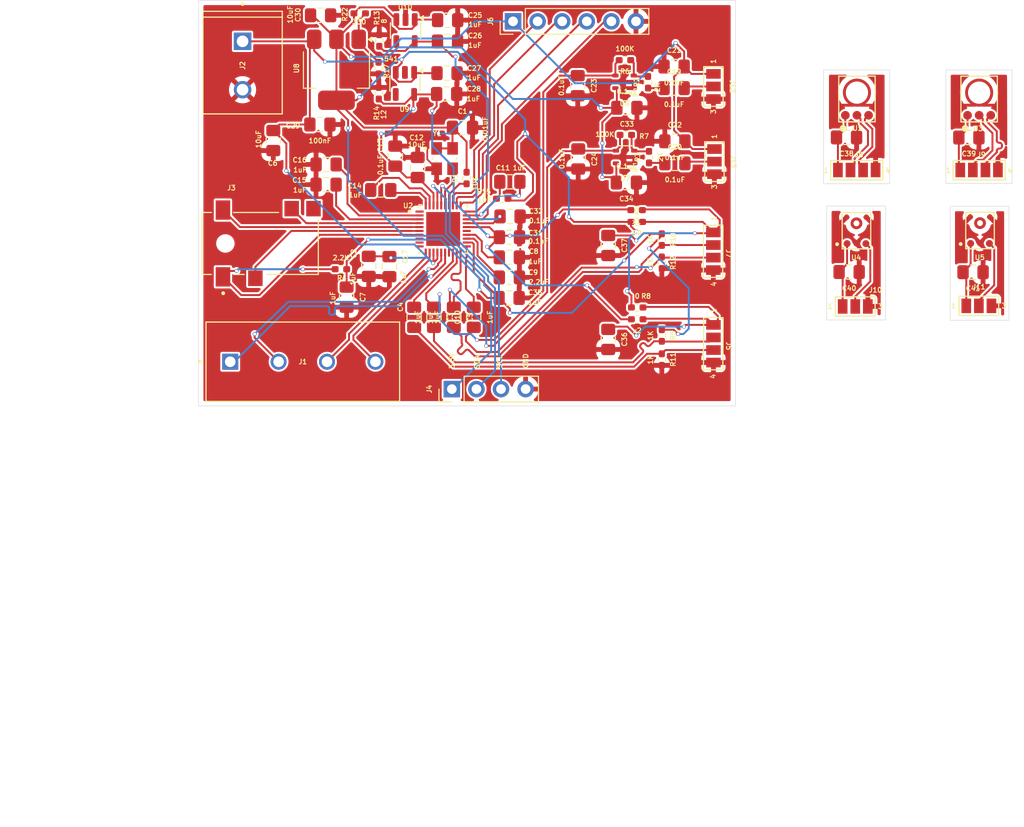
<source format=kicad_pcb>
(kicad_pcb (version 20240108) (generator "pcbnew") (generator_version "8.0")
  (layers (0 "F.Cu" signal) (31 "B.Cu" signal) (34 "B.Paste" user) (35 "F.Paste" user) (36 "B.SilkS" user "B.Silkscreen") (37 "F.SilkS" user "F.Silkscreen") (38 "B.Mask" user) (39 "F.Mask" user) (44 "Edge.Cuts" user))
  (net 0 "")
  (net 1 "/OUT+")
  (net 2 "/IN1+")
  (net 3 "/OUT-")
  (net 4 "/IN1-")
  (net 5 "/OUTPUT")
  (net 6 "/MICBIAS")
  (net 7 "Net-(U2-BIAS)")
  (net 8 "Net-(U2-REF)")
  (net 9 "/ICS_VDD")
  (net 10 "Net-(U2-C1P)")
  (net 11 "Net-(U2-C1N)")
  (net 12 "Net-(U2-CPVDD)")
  (net 13 "Net-(U2-CPVSS)")
  (net 14 "/MCLK")
  (net 15 "Net-(C19-Pad1)")
  (net 16 "Net-(J8-Pin_1)")
  (net 17 "Net-(J9-Pin_1)")
  (net 18 "Net-(C20-Pad1)")
  (net 19 "/SPKRN")
  (net 20 "/SPKLN")
  (net 21 "/SPKRP")
  (net 22 "/SPKLP")
  (net 23 "/HPL")
  (net 24 "/HPR")
  (net 26 "/JACKSNS")
  (net 27 "/OUT")
  (net 28 "Net-(J10-Pin_1)")
  (net 29 "/IN2+")
  (net 30 "/~{IRQ}")
  (net 31 "Net-(U6--)")
  (net 32 "Net-(U7--)")
  (net 33 "Net-(U8-GND)")
  (net 34 "/SCL")
  (net 35 "/SDOUT")
  (net 36 "/SDA")
  (net 37 "/SDIN")
  (net 38 "/WS")
  (net 39 "/BCLK")
  (net 40 "/DGND")
  (net 41 "/IN2-")
  (net 42 "VDD")
  (net 43 "1.8V")
  (net 46 "Net-(U2-DVDDIO)")
  (net 47 "/HPSNS")
  (net 48 "1.2V")
  (net 49 "3.3V")
  (net 50 "GND")
  (net 53 "Net-(J11-Pin_1)")
  (net 54 "/OUT1-")
  (net 55 "/OUT1+")
  (net 56 "/OUTPUT+")
  (net 57 "/OUTPUT-")
  (net 58 "/OUTPUT1")
  (net 59 "/ICS_VDD1")
  (net 60 "/OUT1")
  (net 61 "/OUTPUT1+")
  (net 62 "/OUTPUT1-")
  (footprint "Resistor_SMD:R_0402_1005Metric_Pad0.72x0.64mm_HandSolder" (layer "F.Cu") (at 139.5984 87.7824 180)
    (property "Reference" "R8")
    (property "Value" "0")
  )
  (footprint "Capacitor_SMD:C_0805_2012Metric_Pad1.18x1.45mm_HandSolder" (layer "F.Cu") (at 126.3875 82.6)
    (property "Reference" "C8")
    (property "Value" "1uF")
  )
  (footprint "Capacitor_SMD:C_0805_2012Metric_Pad1.18x1.45mm_HandSolder" (layer "F.Cu") (at 138.5316 67.1576 180)
    (property "Reference" "C33")
    (property "Value" "0.1uF")
  )
  (footprint "Capacitor_SMD:C_0805_2012Metric_Pad1.18x1.45mm_HandSolder" (layer "F.Cu") (at 161.4932 84.1182 180)
    (property "Reference" "C40")
    (property "Value" "0.1u")
  )
  (footprint "Capacitor_SMD:C_0805_2012Metric_Pad1.18x1.45mm_HandSolder" (layer "F.Cu") (at 109.5756 86.7156 -90)
    (property "Reference" "C7")
    (property "Value" "1uF")
  )
  (footprint "Capacitor_SMD:C_0805_2012Metric_Pad1.18x1.45mm_HandSolder" (layer "F.Cu") (at 120.65 88.7975 -90)
    (property "Reference" "C5")
    (property "Value" "1uF")
  )
  (footprint "Capacitor_SMD:C_0805_2012Metric_Pad1.18x1.45mm_HandSolder" (layer "F.Cu") (at 119.95 63.575)
    (property "Reference" "C27")
    (property "Value" "1uF")
  )
  (footprint "Capacitor_SMD:C_0805_2012Metric_Pad1.18x1.45mm_HandSolder" (layer "F.Cu") (at 122.71 88.7975 90)
    (property "Reference" "C10")
    (property "Value" "1uF")
  )
  (footprint "Capacitor_SMD:C_0805_2012Metric_Pad1.18x1.45mm_HandSolder" (layer "F.Cu") (at 119.9125 65.725)
    (property "Reference" "C28")
    (property "Value" "1uF")
  )
  (footprint "Capacitor_SMD:C_0805_2012Metric_Pad1.18x1.45mm_HandSolder" (layer "F.Cu") (at 114.6 72.15 -90)
    (property "Reference" "C13")
    (property "Value" "0.1uF")
  )
  (footprint "Capacitor_SMD:C_0805_2012Metric_Pad1.18x1.45mm_HandSolder" (layer "F.Cu") (at 143.4885 72.898)
    (property "Reference" "C20")
    (property "Value" "0.1uF")
  )
  (footprint "Capacitor_SMD:C_0805_2012Metric_Pad1.18x1.45mm_HandSolder" (layer "F.Cu") (at 106.8875 57.6)
    (property "Reference" "C30")
    (property "Value" "10uF")
  )
  (footprint "Resistor_SMD:R_0402_1005Metric_Pad0.72x0.64mm_HandSolder" (layer "F.Cu") (at 121.9708 74.4099 90)
    (property "Reference" "R1")
    (property "Value" "10K")
  )
  (footprint "Resistor_SMD:R_0402_1005Metric_Pad0.72x0.64mm_HandSolder" (layer "F.Cu") (at 140.716 64.516 90)
    (property "Reference" "R2")
    (property "Value" "2K")
  )
  (footprint "Footprint_Library:solderwire_SMD_01x03" (layer "F.Cu") (at 174.8932 86.1557)
    (property "Reference" "J11")
    (property "Value" "Conn_01x03")
  )
  (footprint "SJ2-35894B-SMT-TR:CUI_SJ2-35894B-SMT-TR" (layer "F.Cu") (at 100.650314 81.17)
    (property "Reference" "J3")
    (property "Value" "SJ2-35894B-SMT-TR" (hide yes))
  )
  (footprint "Package_TO_SOT_SMD:SOT-353_SC-70-5" (layer "F.Cu") (at 138.2928 64.473 180)
    (property "Reference" "U6")
    (property "Value" "TLV172IDCK" (hide yes))
  )
  (footprint "Footprint_Library:solderwire_SMD_01x04" (layer "F.Cu") (at 162.2332 72.3132)
    (property "Reference" "J8")
    (property "Value" "Conn_01x04")
  )
  (footprint "Capacitor_SMD:C_0805_2012Metric_Pad1.18x1.45mm_HandSolder" (layer "F.Cu") (at 133.5024 72.4408 -90)
    (property "Reference" "C24")
    (property "Value" "0.1uF")
  )
  (footprint "Capacitor_SMD:C_0805_2012Metric_Pad1.18x1.45mm_HandSolder" (layer "F.Cu") (at 161.2232 70.2132 180)
    (property "Reference" "C38")
    (property "Value" "0.1u")
  )
  (footprint "Resistor_SMD:R_0402_1005Metric_Pad0.72x0.64mm_HandSolder" (layer "F.Cu") (at 112.9 65.65 90)
    (property "Reference" "R14")
    (property "Value" "12")
  )
  (footprint "Resistor_SMD:R_0402_1005Metric_Pad0.72x0.64mm_HandSolder" (layer "F.Cu") (at 125.6525 76.55 180)
    (property "Reference" "R15")
    (property "Value" "10K")
  )
  (footprint "ASE-12.288MHZ-LC-T:XTAL_ASE-12.288MHZ-LC-T" (layer "F.Cu") (at 119.7 72.4)
    (property "Reference" "Y1")
    (property "Value" "ASE-12.288MHZ-LC-T" (hide yes))
  )
  (footprint "Capacitor_SMD:C_0805_2012Metric_Pad1.18x1.45mm_HandSolder" (layer "F.Cu") (at 143.4084 65.1256)
    (property "Reference" "C19")
    (property "Value" "0.1uF")
  )
  (footprint "Capacitor_SMD:C_0805_2012Metric_Pad1.18x1.45mm_HandSolder" (layer "F.Cu") (at 120 60.3)
    (property "Reference" "C26")
    (property "Value" "1uF")
  )
  (footprint "Capacitor_SMD:C_0805_2012Metric_Pad1.18x1.45mm_HandSolder" (layer "F.Cu") (at 121.55 69.2)
    (property "Reference" "C1")
    (property "Value" "0.01uF")
  )
  (footprint "Capacitor_SMD:C_0805_2012Metric_Pad1.18x1.45mm_HandSolder" (layer "F.Cu") (at 126.3875 84.675)
    (property "Reference" "C9")
    (property "Value" "2.2uF")
  )
  (footprint "Resistor_SMD:R_0402_1005Metric_Pad0.72x0.64mm_HandSolder" (layer "F.Cu") (at 139.5476 78.9432 180)
    (property "Reference" "R9")
    (property "Value" "0")
  )
  (footprint "Footprint_Library:solderwire_SMD_01x03" (layer "F.Cu") (at 162.1232 86.2182)
    (property "Reference" "J10")
    (property "Value" "Conn_01x03")
  )
  (footprint "Capacitor_SMD:C_0805_2012Metric_Pad1.18x1.45mm_HandSolder" (layer "F.Cu") (at 111.8616 83.5367 -90)
    (property "Reference" "C2")
    (property "Value" "1uF")
  )
  (footprint "Capacitor_SMD:C_0805_2012Metric_Pad1.18x1.45mm_HandSolder" (layer "F.Cu") (at 126.4 80.525 180)
    (property "Reference" "C31")
    (property "Value" "0.1uF")
  )
  (footprint "ICS-40730:MIC_ICS-40730" (layer "F.Cu") (at 162.2982 66.2482 90)
    (property "Reference" "U1")
    (property "Value" "ICS-40730" (hide yes))
  )
  (footprint "Capacitor_SMD:C_0805_2012Metric_Pad1.18x1.45mm_HandSolder" (layer "F.Cu") (at 120.0125 58.1)
    (property "Reference" "C25")
    (property "Value" "1uF")
  )
  (footprint "Resistor_SMD:R_0402_1005Metric_Pad0.72x0.64mm_HandSolder" (layer "F.Cu") (at 140.8176 72.2497 90)
    (property "Reference" "R3")
    (property "Value" "2K")
  )
  (footprint "Capacitor_SMD:C_0805_2012Metric_Pad1.18x1.45mm_HandSolder" (layer "F.Cu") (at 174.2948 84.1382 180)
    (property "Reference" "C41")
    (property "Value" "0.1u")
  )
  (footprint "Capacitor_SMD:C_0805_2012Metric_Pad1.18x1.45mm_HandSolder" (layer "F.Cu") (at 113.1 75.65)
    (property "Reference" "C14")
    (property "Value" "1uF")
  )
  (footprint "Resistor_SMD:R_0402_1005Metric_Pad0.72x0.64mm_HandSolder" (layer "F.Cu") (at 138.4179 69.9516 180)
    (property "Reference" "R7")
    (property "Value" "100K")
  )
  (footprint "CMM-3729AB-38308-TR:XDCR_CMM-3729AB-38308-TR" (layer "F.Cu") (at 175.0132 79.8282 180)
    (property "Reference" "U5")
    (property "Value" "CMM-3729AB-38308-TR" (hide yes))
  )
  (footprint "Package_TO_SOT_SMD:SOT-23-5" (layer "F.Cu") (at 115.6625 59.175 -90)
    (property "Reference" "U10")
    (property "Value" "LD39015M12R" (hide yes))
  )
  (footprint "Capacitor_SMD:C_0805_2012Metric_Pad1.18x1.45mm_HandSolder" (layer "F.Cu") (at 102 70.5375 90)
    (property "Reference" "C6")
    (property "Value" "10uF")
  )
  (footprint "Capacitor_SMD:C_0805_2012Metric_Pad1.18x1.45mm_HandSolder" (layer "F.Cu") (at 136.6012 91.0844 -90)
    (property "Reference" "C36")
    (property "Value" "0.1uF")
  )
  (footprint "Capacitor_SMD:C_0805_2012Metric_Pad1.18x1.45mm_HandSolder" (layer "F.Cu") (at 136.6012 81.3816 -90)
    (property "Reference" "C37")
    (property "Value" "0.1uF")
  )
  (footprint "Footprint_Library:solderwire_SMD_01x03" (layer "F.Cu") (at 149.034 72.7156 -90)
    (property "Reference" "J13")
    (property "Value" "Conn_01x03" (hide yes))
  )
  (footprint "Footprint_Library:solderwire_SMD_01x04" (layer "F.Cu") (at 148.7297 81.9316 -90)
    (property "Reference" "J7")
    (property "Value" "Conn_01x04")
  )
  (footprint "Resistor_SMD:R_0402_1005Metric_Pad0.72x0.64mm_HandSolder" (layer "F.Cu") (at 138.3284 62.23 180)
    (property "Reference" "R6")
    (property "Value" "100K")
  )
  (footprint "Resistor_SMD:R_0402_1005Metric_Pad0.72x0.64mm_HandSolder" (layer "F.Cu") (at 112.95 60.2025 90)
    (property "Reference" "R13")
    (property "Value" "8")
  )
  (footprint "Capacitor_SMD:C_0805_2012Metric_Pad1.18x1.45mm_HandSolder" (layer "F.Cu") (at 107.4525 75.09)
    (property "Reference" "C15")
    (property "Value" "1uF")
  )
  (footprint "Footprint_Library:solderwire_SMD_01x03" (layer "F.Cu") (at 148.9324 64.9524 -90)
    (property "Reference" "J12")
    (property "Value" "Conn_01x03" (hide yes))
  )
  (footprint "Capacitor_SMD:C_0805_2012Metric_Pad1.18x1.45mm_HandSolder" (layer "F.Cu") (at 106.815 68.88)
    (property "Reference" "C29")
    (property "Value" "100nF")
  )
  (footprint "Resistor_SMD:R_0402_1005Metric_Pad0.72x0.64mm_HandSolder" (layer "F.Cu") (at 142.1384 90.678 -90)
    (property "Reference" "R5")
    (property "Value" "1K")
  )
  (footprint "Resistor_SMD:R_0402_1005Metric_Pad0.72x0.64mm_HandSolder" (layer "F.Cu") (at 142.1384 80.772 -90)
    (property "Reference" "R10")
    (property "Value" "1K")
  )
  (footprint "CMM-3729AB-38308-TR:XDCR_CMM-3729AB-38308-TR" (layer "F.Cu") (at 162.2482 79.8482 180)
    (property "Reference" "U4")
    (property "Value" "CMM-3729AB-38308-TR" (hide yes))
  )
  (footprint "Capacitor_SMD:C_0805_2012Metric_Pad1.18x1.45mm_HandSolder" (layer "F.Cu") (at 116.55 88.8 90)
    (property "Reference" "C4")
    (property "Value" "1uF")
  )
  (footprint "Capacitor_SMD:C_0805_2012Metric_Pad1.18x1.45mm_HandSolder" (layer "F.Cu") (at 143.4885 70.612)
    (property "Reference" "C22")
    (property "Value" "0.1uF")
  )
  (footprint "Capacitor_SMD:C_0805_2012Metric_Pad1.18x1.45mm_HandSolder" (layer "F.Cu") (at 107.4575 73.01)
    (property "Reference" "C16")
    (property "Value" "1uF")
  )
  (footprint "Resistor_SMD:R_0402_1005Metric_Pad0.72x0.64mm_HandSolder" (layer "F.Cu") (at 139.5355 77.724 180)
    (property "Reference" "x1")
    (property "Value" "0" (hide yes))
  )
  (footprint "MAX98090AETL_T:QFN40P500X500X80-41N" (layer "F.Cu") (at 119.55 79.675)
    (property "Reference" "U2")
    (property "Value" "MAX98090AETL_T" (hide yes))
  )
  (footprint "Capacitor_SMD:C_0805_2012Metric_Pad1.18x1.45mm_HandSolder" (layer "F.Cu") (at 138.4808 74.8792 180)
    (property "Reference" "C34")
    (property "Value" "0.1uF")
  )
  (footprint "Connector_PinHeader_2.54mm:PinHeader_1x04_P2.54mm_Vertical" (layer "F.Cu") (at 120.4468 96.2152 90)
    (property "Reference" "J4")
    (property "Value" "Conn_01x04" (hide yes))
  )
  (footprint "Footprint_Library:solderwire_SMD_01x04" (layer "F.Cu") (at 148.74205 91.48165 -90)
    (property "Reference" "J5")
    (property "Value" "Conn_01x04" (hide yes))
  )
  (footprint "Capacitor_SMD:C_0805_2012Metric_Pad1.18x1.45mm_HandSolder" (layer "F.Cu") (at 143.4084 62.8904)
    (property "Reference" "C21")
    (property "Value" "0.1uF")
  )
  (footprint "Resistor_SMD:R_0402_1005Metric_Pad0.72x0.64mm_HandSolder" (layer "F.Cu") (at 139.5984 89.0016 180)
    (property "Reference" "x2")
    (property "Value" "0" (hide yes))
  )
  (footprint "Capacitor_SMD:C_0805_2012Metric_Pad1.18x1.45mm_HandSolder" (layer "F.Cu") (at 173.8632 70.2232 180)
    (property "Reference" "C39")
    (property "Value" "0.1u")
  )
  (footprint "Footprint_Library:solderwire_SMD_01x04" (layer "F.Cu") (at 174.8732 72.3132)
    (property "Reference" "J9")
    (property "Value" "Conn_01x04")
  )
  (footprint "282836_2:TE_282836-2" (layer "F.Cu") (at 98.825 62.7875 -90)
    (property "Reference" "J2")
    (property "Value" "Screw_Terminal_01x02" (hide yes))
  )
  (footprint "Resistor_SMD:R_0402_1005Metric_Pad0.72x0.64mm_HandSolder" (layer "F.Cu") (at 108.9875 83.83 180)
    (property "Reference" "R4")
    (property "Value" "2.2K")
  )
  (footprint "Capacitor_SMD:C_0805_2012Metric_Pad1.18x1.45mm_HandSolder" (layer "F.Cu") (at 113.9952 83.566 -90)
    (property "Reference" "C17")
    (property "Value" "1uF")
  )
  (footprint "Connector_PinHeader_2.54mm:PinHeader_1x06_P2.54mm_Vertical" (layer "F.Cu") (at 126.77 58.225 90)
    (property "Reference" "J6")
    (property "Value" "Conn_01x06" (hide yes))
  )
  (footprint "Capacitor_SMD:C_0805_2012Metric_Pad1.18x1.45mm_HandSolder" (layer "F.Cu") (at 126.4375 74.8 180)
    (property "Reference" "C11")
    (property "Value" "1uF")
  )
  (footprint "Capacitor_SMD:C_0805_2012Metric_Pad1.18x1.45mm_HandSolder" (layer "F.Cu") (at 133.4516 64.8716 -90)
    (property "Reference" "C23")
    (property "Value" "0.1uF")
  )
  (footprint "ICS-40730:MIC_ICS-40730" (layer "F.Cu") (at 174.9232 66.2482 90)
    (property "Reference" "U3")
    (property "Value" "ICS-40730" (hide yes))
  )
  (footprint "Resistor_SMD:R_0402_1005Metric_Pad0.72x0.64mm_HandSolder" (layer "F.Cu") (at 110.9275 57.4)
    (property "Reference" "R22")
    (property "Value" "330")
  )
  (footprint "Capacitor_SMD:C_0805_2012Metric_Pad1.18x1.45mm_HandSolder" (layer "F.Cu") (at 126.3625 86.8)
    (property "Reference" "C35")
    (property "Value" "1uF")
  )
  (footprint "Capacitor_SMD:C_0805_2012Metric_Pad1.18x1.45mm_HandSolder" (layer "F.Cu") (at 118.6 88.7975 -90)
    (property "Reference" "C3")
    (property "Value" "1uF")
  )
  (footprint "Resistor_SMD:R_0402_1005Metric_Pad0.72x0.64mm_HandSolder" (layer "F.Cu") (at 142.1384 93.1672 -90)
    (property "Reference" "R11")
    (property "Value" "1K")
  )
  (footprint "Package_TO_SOT_SMD:SOT-223-3_TabPin2" (layer "F.Cu") (at 108.525 63.225 -90)
    (property "Reference" "U8")
    (property "Value" "LD1117S12TR_SOT223" (hide yes))
  )
  (footprint "Capacitor_SMD:C_0805_2012Metric_Pad1.18x1.45mm_HandSolder" (layer "F.Cu") (at 126.4625 78.375 180)
    (property "Reference" "C32")
    (property "Value" "0.1uF")
  )
  (footprint "Package_TO_SOT_SMD:SOT-353_SC-70-5" (layer "F.Cu") (at 138.3436 72.2376 180)
    (property "Reference" "U7")
    (property "Value" "TLV172IDCK" (hide yes))
  )
  (footprint "Capacitor_SMD:C_0805_2012Metric_Pad1.18x1.45mm_HandSolder" (layer "F.Cu") (at 116.915 73.315 -90)
    (property "Reference" "C12")
    (property "Value" "10uF")
  )
  (footprint "282836-4:TE_282836-4" (layer "F.Cu") (at 105.05 93.39)
    (property "Reference" "J1")
    (property "Value" "Screw_Terminal_01x04" (hide yes))
  )
  (footprint "Package_TO_SOT_SMD:SOT-23-5" (layer "F.Cu") (at 115.6 64.6375 -90)
    (property "Reference" "U9")
    (property "Value" "LD39015M18R" (hide yes))
  )
  (footprint "Resistor_SMD:R_0402_1005Metric_Pad0.72x0.64mm_HandSolder" (layer "F.Cu") (at 142.1384 83.1596 -90)
    (property "Reference" "R12")
    (property "Value" "1K")
  )
  (footprint "Resistor_SMD:R_0402_1005Metric_Pad0.72x0.64mm_HandSolder" (layer "F.Cu") (at 112.875 63.05 -90)
    (property "Reference" "R17")
    (property "Value" "541")
  )
  (gr_rect (start 158.8418 63.2357) (end 165.6788 75.0007) (stroke (width 0.05)) (fill none) (layer "Edge.Cuts"))
  (gr_rect (start 171.4868 63.2382) (end 178.3238 74.9632) (stroke (width 0.05)) (fill none) (layer "Edge.Cuts"))
  (gr_rect (start 171.9282 77.3382) (end 178.0032 89.1032) (stroke (width 0.05)) (fill none) (layer "Edge.Cuts"))
  (gr_rect (start 94.28 56.0425) (end 149.7486 97.9575) (stroke (width 0.05)) (fill none) (layer "Edge.Cuts"))
  (gr_rect (start 159.1782 77.3082) (end 165.2532 89.0732) (stroke (width 0.05)) (fill none) (layer "Edge.Cuts"))
  (gr_text "SDA" (at 123.3424 94.1832 90) (layer "F.SilkS") (effects (font (size 0.5 0.5) (thickness 0.1) (bold yes)) (justify left bottom)))
  (gr_text "GND" (at 128.3716 94.1324 90) (layer "F.SilkS") (effects (font (size 0.5 0.5) (thickness 0.1) (bold yes)) (justify left bottom)))
  (gr_text "SCL" (at 125.6792 94.1324 90) (layer "F.SilkS") (effects (font (size 0.5 0.5) (thickness 0.1) (bold yes)) (justify left bottom)))
  (gr_text "3.3V" (at 120.7516 94.1832 90) (layer "F.SilkS") (effects (font (size 0.5 0.5) (thickness 0.1) (bold yes)) (justify left bottom)))
  (segment (start 127.5 81.75) (end 127.525 81.775) (width 0.2) (layer "F.Cu") (net 0))
  (segment (start 175.298199 68.303199) (end 175.298199 68.776399) (width 0.2) (layer "F.Cu") (net 1))
  (segment (start 176.2982 69.7764) (end 176.2982 71.5582) (width 0.2) (layer "F.Cu") (net 1))
  (segment (start 174.7732 72.5332) (end 174.2732 73.0332) (width 0.2) (layer "F.Cu") (net 1))
  (segment (start 175.3232 72.5332) (end 174.7732 72.5332) (width 0.2) (layer "F.Cu") (net 1))
  (segment (start 174.2732 73.0332) (end 174.2732 73.5832) (width 0.2) (layer "F.Cu") (net 1))
  (segment (start 174.9232 67.9282) (end 175.298199 68.303199) (width 0.2) (layer "F.Cu") (net 1))
  (segment (start 176.2982 71.5582) (end 175.3232 72.5332) (width 0.2) (layer "F.Cu") (net 1))
  (segment (start 175.298199 68.776399) (end 176.2982 69.7764) (width 0.2) (layer "F.Cu") (net 1))
  (segment (start 120.95 82.115) (end 120.95 82.925) (width 0.18) (layer "F.Cu") (net 2))
  (segment (start 133.4627 63.823) (end 133.4516 63.8341) (width 0.2) (layer "F.Cu") (net 2))
  (segment (start 137.3428 63.823) (end 133.4627 63.823) (width 0.2) (layer "F.Cu") (net 2))
  (segment (start 124.8002 91.1352) (end 129.8956 86.0398) (width 0.2) (layer "F.Cu") (net 2))
  (segment (start 120.95 83.19) (end 117.801251 86.338749) (width 0.2) (layer "F.Cu") (net 2))
  (segment (start 137.3428 62.6181) (end 137.7309 62.23) (width 0.2) (layer "F.Cu") (net 2))
  (segment (start 123.0376 91.1352) (end 124.8002 91.1352) (width 0.2) (layer "F.Cu") (net 2))
  (segment (start 137.3428 63.823) (end 137.3428 62.6181) (width 0.2) (layer "F.Cu") (net 2))
  (segment (start 131.5935 63.8341) (end 133.4516 63.8341) (width 0.2) (layer "F.Cu") (net 2))
  (segment (start 129.8956 65.532) (end 131.5935 63.8341) (width 0.2) (layer "F.Cu") (net 2))
  (segment (start 117.801251 86.961251) (end 118.6 87.76) (width 0.2) (layer "F.Cu") (net 2))
  (segment (start 119.1768 86.4108) (end 119.1768 87.1832) (width 0.2) (layer "F.Cu") (net 2))
  (segment (start 129.8956 86.0398) (end 129.8956 65.532) (width 0.2) (layer "F.Cu") (net 2))
  (segment (start 120.95 82.925) (end 120.95 83.19) (width 0.2) (layer "F.Cu") (net 2))
  (segment (start 119.1768 87.1832) (end 118.6 87.76) (width 0.2) (layer "F.Cu") (net 2))
  (segment (start 117.801251 86.338749) (end 117.801251 86.961251) (width 0.2) (layer "F.Cu") (net 2))
  (via (at 123.0376 91.1352) (size 0.4) (drill 0.3) (layers "F.Cu" "B.Cu") (net 2))
  (via (at 119.1768 86.4108) (size 0.4) (drill 0.3) (layers "F.Cu" "B.Cu") (net 2))
  (segment (start 123.0376 91.1352) (end 122.428 90.5256) (width 0.2) (layer "B.Cu") (net 2))
  (segment (start 119.1768 89.0016) (end 119.1768 86.4108) (width 0.2) (layer "B.Cu") (net 2))
  (segment (start 120.7008 90.5256) (end 119.1768 89.0016) (width 0.2) (layer "B.Cu") (net 2))
  (segment (start 122.428 90.5256) (end 120.7008 90.5256) (width 0.2) (layer "B.Cu") (net 2))
  (segment (start 175.5732 72.919597) (end 175.5732 73.5832) (width 0.2) (layer "F.Cu") (net 3))
  (segment (start 175.748201 68.590001) (end 176.7482 69.59) (width 0.2) (layer "F.Cu") (net 3))
  (segment (start 176.1232 67.9282) (end 175.748201 68.303199) (width 0.2) (layer "F.Cu") (net 3))
  (segment (start 177.038374 71.368057) (end 176.9882 71.368057) (width 0.2) (layer "F.Cu") (net 3))
  (segment (start 176.9882 70.768057) (end 177.038374 70.768057) (width 0.2) (layer "F.Cu") (net 3))
  (segment (start 176.7482 71.608057) (end 176.7482 71.728057) (width 0.2) (layer "F.Cu") (net 3))
  (segment (start 176.7482 71.728057) (end 176.7482 71.744597) (width 0.2) (layer "F.Cu") (net 3))
  (segment (start 175.748201 68.303199) (end 175.748201 68.590001) (width 0.2) (layer "F.Cu") (net 3))
  (segment (start 176.709384 71.783413) (end 175.5732 72.919597) (width 0.2) (layer "F.Cu") (net 3))
  (segment (start 176.7482 71.744597) (end 176.709384 71.783413) (width 0.2) (layer "F.Cu") (net 3))
  (segment (start 177.278374 71.008057) (end 177.278374 71.128057) (width 0.2) (layer "F.Cu") (net 3))
  (segment (start 176.7482 69.59) (end 176.7482 70.528057) (width 0.2) (layer "F.Cu") (net 3))
  (arc (start 177.278374 71.128057) (mid 177.20808 71.297763) (end 177.038374 71.368057) (width 0.2) (layer "F.Cu") (net 3))
  (arc (start 177.038374 70.768057) (mid 177.20808 70.838351) (end 177.278374 71.008057) (width 0.2) (layer "F.Cu") (net 3))
  (arc (start 176.9882 71.368057) (mid 176.818494 71.438351) (end 176.7482 71.608057) (width 0.2) (layer "F.Cu") (net 3))
  (arc (start 176.7482 70.528057) (mid 176.818494 70.697763) (end 176.9882 70.768057) (width 0.2) (layer "F.Cu") (net 3))
  (segment (start 120.55 82.925) (end 120.55 83.024314) (width 0.2) (layer "F.Cu") (net 4))
  (segment (start 116.55 87.024314) (end 116.55 87.7625) (width 0.2) (layer "F.Cu") (net 4))
  (segment (start 120.55 83.024314) (end 116.55 87.024314) (width 0.2) (layer "F.Cu") (net 4))
  (segment (start 120.55 82.115) (end 120.55 82.925) (width 0.18) (layer "F.Cu") (net 4))
  (segment (start 175.9832 81.1682) (end 176.4792 81.6642) (width 0.2) (layer "F.Cu") (net 5))
  (segment (start 176.4792 85.4797) (end 174.8932 87.0657) (width 0.2) (layer "F.Cu") (net 5))
  (segment (start 174.8932 87.0657) (end 174.8932 87.6157) (width 0.2) (layer "F.Cu") (net 5))
  (segment (start 176.4792 81.6642) (end 176.4792 85.4797) (width 0.2) (layer "F.Cu") (net 5))
  (segment (start 142.1384 80.357028) (end 142.1384 80.1745) (width 0.2) (layer "F.Cu") (net 6))
  (segment (start 109.585 83.0008) (end 109.585 83.83) (width 0.2) (layer "F.Cu") (net 6))
  (segment (start 142.1384 90.0805) (end 143.3697 90.0805) (width 0.2) (layer "F.Cu") (net 6))
  (segment (start 121.99 81.075) (end 122.55 81.075) (width 0.18) (layer "F.Cu") (net 6))
  (segment (start 109.5756 85.6781) (end 109.5756 83.8394) (width 0.2) (layer "F.Cu") (net 6))
  (segment (start 124.138 86.8) (end 123.2916 85.9536) (width 0.2) (layer "F.Cu") (net 6))
  (segment (start 122.55 81.075) (end 122.56 81.085) (width 0.18) (layer "F.Cu") (net 6))
  (segment (start 138.2522 82.931) (end 141.0087 80.1745) (width 0.2) (layer "F.Cu") (net 6))
  (segment (start 126.4412 88.3412) (end 126.4412 87.9162) (width 0.2) (layer "F.Cu") (net 6))
  (segment (start 126.4412 87.9162) (end 125.325 86.8) (width 0.2) (layer "F.Cu") (net 6))
  (segment (start 140.8176 81.677828) (end 142.1384 80.357028) (width 0.2) (layer "F.Cu") (net 6))
  (segment (start 122.705 81.23) (end 122.56 81.085) (width 0.2) (layer "F.Cu") (net 6))
  (segment (start 141.0087 80.1745) (end 142.1384 80.1745) (width 0.2) (layer "F.Cu") (net 6))
  (segment (start 125.325 86.8) (end 124.138 86.8) (width 0.2) (layer "F.Cu") (net 6))
  (segment (start 111.8108 80.775) (end 109.585 83.0008) (width 0.2) (layer "F.Cu") (net 6))
  (segment (start 140.8176 81.6864) (end 140.8176 81.677828) (width 0.2) (layer "F.Cu") (net 6))
  (segment (start 143.3697 90.0805) (end 143.8148 90.5256) (width 0.2) (layer "F.Cu") (net 6))
  (segment (start 125.325 86.8) (end 122.705 84.18) (width 0.2) (layer "F.Cu") (net 6))
  (segment (start 109.5756 83.8394) (end 109.585 83.83) (width 0.2) (layer "F.Cu") (net 6))
  (segment (start 122.705 84.18) (end 122.705 81.23) (width 0.2) (layer "F.Cu") (net 6))
  (via (at 123.2916 85.9536) (size 0.4) (drill 0.3) (layers "F.Cu" "B.Cu") (net 6))
  (via (at 140.8176 81.6864) (size 0.4) (drill 0.3) (layers "F.Cu" "B.Cu") (net 6))
  (via (at 138.2522 82.931) (size 0.4) (drill 0.3) (layers "F.Cu" "B.Cu") (net 6))
  (via (at 143.8148 90.5256) (size 0.4) (drill 0.3) (layers "F.Cu" "B.Cu") (net 6))
  (via (at 111.8108 80.775) (size 0.4) (drill 0.3) (layers "F.Cu" "B.Cu") (net 6))
  (via (at 126.4412 88.3412) (size 0.4) (drill 0.3) (layers "F.Cu" "B.Cu") (net 6))
  (segment (start 123.2916 85.9536) (end 123.2916 84.7666) (width 0.2) (layer "B.Cu") (net 6))
  (segment (start 144.369507 90.5256) (end 144.9244 89.970707) (width 0.2) (layer "B.Cu") (net 6))
  (segment (start 123.2916 84.7666) (end 119.3 80.775) (width 0.2) (layer "B.Cu") (net 6))
  (segment (start 144.9244 89.970707) (end 144.9244 85.7932) (width 0.2) (layer "B.Cu") (net 6))
  (segment (start 143.8148 90.5256) (end 144.369507 90.5256) (width 0.2) (layer "B.Cu") (net 6))
  (segment (start 138.2522 82.931) (end 132.842 88.3412) (width 0.2) (layer "B.Cu") (net 6))
  (segment (start 144.9244 85.7932) (end 140.8176 81.6864) (width 0.2) (layer "B.Cu") (net 6))
  (segment (start 119.3 80.775) (end 111.8108 80.775) (width 0.2) (layer "B.Cu") (net 6))
  (segment (start 132.842 88.3412) (end 126.4412 88.3412) (width 0.2) (layer "B.Cu") (net 6))
  (segment (start 122.881372 80.275) (end 122.6 80.275) (width 0.2) (layer "F.Cu") (net 7))
  (segment (start 123.54 80.933628) (end 122.881372 80.275) (width 0.2) (layer "F.Cu") (net 7))
  (segment (start 122.6 80.275) (end 122.825 80.275) (width 0.18) (layer "F.Cu") (net 7))
  (segment (start 123.54 81.97) (end 123.54 80.933628) (width 0.2) (layer "F.Cu") (net 7))
  (segment (start 124.17 82.6) (end 123.54 81.97) (width 0.2) (layer "F.Cu") (net 7))
  (segment (start 125.35 82.6) (end 124.17 82.6) (width 0.2) (layer "F.Cu") (net 7))
  (segment (start 121.99 80.275) (end 122.6 80.275) (width 0.18) (layer "F.Cu") (net 7))
  (segment (start 123.105 81.064314) (end 122.715686 80.675) (width 0.2) (layer "F.Cu") (net 8))
  (segment (start 121.99 80.675) (end 122.57 80.675) (width 0.18) (layer "F.Cu") (net 8))
  (segment (start 123.105 82.43) (end 123.105 81.064314) (width 0.2) (layer "F.Cu") (net 8))
  (segment (start 125.35 84.675) (end 123.105 82.43) (width 0.2) (layer "F.Cu") (net 8))
  (segment (start 122.715686 80.675) (end 122.57 80.675) (width 0.2) (layer "F.Cu") (net 8))
  (segment (start 147.3797 80.1116) (end 147.4597 80.0316) (width 0.2) (layer "F.Cu") (net 9))
  (segment (start 145.542 80.1116) (end 147.3797 80.1116) (width 0.2) (layer "F.Cu") (net 9))
  (segment (start 146.3713 78.9432) (end 147.4597 80.0316) (width 0.2) (layer "F.Cu") (net 9))
  (segment (start 147.0412 77.6523) (end 148.1201 78.7312) (width 0.2) (layer "F.Cu") (net 9))
  (segment (start 139.4968 80.8736) (end 138.9673 80.3441) (width 0.2) (layer "F.Cu") (net 9))
  (segment (start 148.1201 79.3712) (end 147.4597 80.0316) (width 0.2) (layer "F.Cu") (net 9))
  (segment (start 140.1451 78.9432) (end 146.3713 78.9432) (width 0.2) (layer "F.Cu") (net 9))
  (segment (start 140.133 77.724) (end 140.2047 77.6523) (width 0.2) (layer "F.Cu") (net 9))
  (segment (start 138.9673 80.3441) (end 136.6012 80.3441) (width 0.2) (layer "F.Cu") (net 9))
  (segment (start 140.2047 77.6523) (end 147.0412 77.6523) (width 0.2) (layer "F.Cu") (net 9))
  (segment (start 148.1201 78.7312) (end 148.1201 79.3712) (width 0.2) (layer "F.Cu") (net 9))
  (via (at 145.542 80.1116) (size 0.4) (drill 0.3) (layers "F.Cu" "B.Cu") (net 9))
  (via (at 139.4968 80.8736) (size 0.4) (drill 0.3) (layers "F.Cu" "B.Cu") (net 9))
  (segment (start 140.2588 80.1116) (end 145.542 80.1116) (width 0.2) (layer "B.Cu") (net 9))
  (segment (start 139.4968 80.8736) (end 140.2588 80.1116) (width 0.2) (layer "B.Cu") (net 9))
  (segment (start 112.0625 75.65) (end 113.3125 74.4) (width 0.2) (layer "F.Cu") (net 10))
  (segment (start 113.3125 74.4) (end 115 74.4) (width 0.2) (layer "F.Cu") (net 10))
  (segment (start 115 74.4) (end 116.075 75.475) (width 0.2) (layer "F.Cu") (net 10))
  (segment (start 118.15 76.3) (end 118.15 76.701082) (width 0.2) (layer "F.Cu") (net 10))
  (segment (start 118.15 77.235) (end 118.15 76.45) (width 0.18) (layer "F.Cu") (net 10))
  (segment (start 117.325 75.475) (end 118.15 76.3) (width 0.2) (layer "F.Cu") (net 10))
  (segment (start 118.15 76.701082) (end 118.16 76.711082) (width 0.2) (layer "F.Cu") (net 10))
  (segment (start 116.075 75.475) (end 117.325 75.475) (width 0.2) (layer "F.Cu") (net 10))
  (segment (start 117.75 76.55) (end 117.75 76.675) (width 0.2) (layer "F.Cu") (net 11))
  (segment (start 117.75 76.675) (end 117.75 76.475) (width 0.18) (layer "F.Cu") (net 11))
  (segment (start 117.75 77.235) (end 117.75 76.675) (width 0.18) (layer "F.Cu") (net 11))
  (segment (start 117.15 75.95) (end 117.75 76.55) (width 0.2) (layer "F.Cu") (net 11))
  (segment (start 114.4375 75.95) (end 117.15 75.95) (width 0.2) (layer "F.Cu") (net 11))
  (segment (start 114.1375 75.65) (end 114.4375 75.95) (width 0.2) (layer "F.Cu") (net 11))
  (segment (start 109.885 78.675) (end 116.62 78.675) (width 0.2) (layer "F.Cu") (net 12))
  (segment (start 108.49 75.09) (end 108.49 77.28) (width 0.2) (layer "F.Cu") (net 12))
  (segment (start 116.62 78.675) (end 116.335 78.675) (width 0.18) (layer "F.Cu") (net 12))
  (segment (start 117.11 78.675) (end 116.62 78.675) (width 0.18) (layer "F.Cu") (net 12))
  (segment (start 108.49 77.28) (end 109.885 78.675) (width 0.2) (layer "F.Cu") (net 12))
  (segment (start 117.11 78.275) (end 116.4 78.275) (width 0.18) (layer "F.Cu") (net 13))
  (segment (start 109.66 77.08) (end 110.855 78.275) (width 0.2) (layer "F.Cu") (net 13))
  (segment (start 108.495 73.01) (end 109.66 74.175) (width 0.2) (layer "F.Cu") (net 13))
  (segment (start 109.66 74.175) (end 109.66 77.08) (width 0.2) (layer "F.Cu") (net 13))
  (segment (start 110.855 78.275) (end 116.576082 78.275) (width 0.2) (layer "F.Cu") (net 13))
  (segment (start 120.525 73.45) (end 120.525 74.9534) (width 0.2) (layer "F.Cu") (net 14))
  (segment (start 120.525 74.9534) (end 119.75 75.7284) (width 0.2) (layer "F.Cu") (net 14))
  (segment (start 119.75 77.235) (end 119.75 76.708) (width 0.18) (layer "F.Cu") (net 14))
  (segment (start 119.75 75.7284) (end 119.75 76.708) (width 0.2) (layer "F.Cu") (net 14))
  (segment (start 119.75 76.708) (end 119.75 76.625) (width 0.18) (layer "F.Cu") (net 14))
  (segment (start 120.5375 73.4375) (end 120.525 73.45) (width 0.2) (layer "F.Cu") (net 14))
  (segment (start 140.7281 65.1256) (end 140.716 65.1135) (width 0.2) (layer "F.Cu") (net 15))
  (segment (start 142.3709 65.1256) (end 140.7281 65.1256) (width 0.2) (layer "F.Cu") (net 15))
  (segment (start 161.0982 69.3007) (end 160.1857 70.2132) (width 0.2) (layer "F.Cu") (net 16))
  (segment (start 160.3332 73.5832) (end 160.3332 70.3607) (width 0.2) (layer "F.Cu") (net 16))
  (segment (start 160.3332 70.3607) (end 160.1857 70.2132) (width 0.2) (layer "F.Cu") (net 16))
  (segment (start 161.0982 67.9282) (end 161.0982 69.3007) (width 0.2) (layer "F.Cu") (net 16))
  (segment (start 172.8257 70.2232) (end 172.8257 73.4357) (width 0.2) (layer "F.Cu") (net 17))
  (segment (start 172.8257 73.4357) (end 172.9732 73.5832) (width 0.2) (layer "F.Cu") (net 17))
  (segment (start 173.7232 69.3257) (end 172.8257 70.2232) (width 0.2) (layer "F.Cu") (net 17))
  (segment (start 173.7232 67.9282) (end 173.7232 69.3257) (width 0.2) (layer "F.Cu") (net 17))
  (segment (start 142.4002 72.8472) (end 142.451 72.898) (width 0.2) (layer "F.Cu") (net 18))
  (segment (start 140.8176 72.8472) (end 142.4002 72.8472) (width 0.2) (layer "F.Cu") (net 18))
  (segment (start 117.75 82.585009) (end 117.75 82.115) (width 0.18) (layer "F.Cu") (net 19))
  (segment (start 109.824999 91.115001) (end 109.824999 90.51001) (width 0.2) (layer "F.Cu") (net 19))
  (segment (start 109.824999 90.51001) (end 117.683409 82.6516) (width 0.2) (layer "F.Cu") (net 19))
  (segment (start 107.55 93.39) (end 109.824999 91.115001) (width 0.2) (layer "F.Cu") (net 19))
  (segment (start 117.683409 82.6516) (end 117.75 82.585009) (width 0.18) (layer "F.Cu") (net 19))
  (segment (start 119.35 82.71) (end 119.35 82.935686) (width 0.2) (layer "F.Cu") (net 20))
  (segment (start 100.076 90.916) (end 102.55 93.39) (width 0.2) (layer "F.Cu") (net 20))
  (segment (start 119.35 82.115) (end 119.35 82.71) (width 0.18) (layer "F.Cu") (net 20))
  (segment (start 119.35 82.935686) (end 119.01 83.275686) (width 0.2) (layer "F.Cu") (net 20))
  (segment (start 100.076 90.5256) (end 100.076 90.916) (width 0.2) (layer "F.Cu") (net 20))
  (segment (start 118.607107 83.82) (end 118.05 83.82) (width 0.2) (layer "F.Cu") (net 20))
  (segment (start 119.01 83.275686) (end 119.01 83.417107) (width 0.2) (layer "F.Cu") (net 20))
  (segment (start 119.01 83.417107) (end 118.607107 83.82) (width 0.2) (layer "F.Cu") (net 20))
  (via (at 118.05 83.82) (size 0.4) (drill 0.3) (layers "F.Cu" "B.Cu") (net 20))
  (via (at 100.076 90.5256) (size 0.4) (drill 0.3) (layers "F.Cu" "B.Cu") (net 20))
  (segment (start 118.05 83.82) (end 118.05 83.911801) (width 0.2) (layer "B.Cu") (net 20))
  (segment (start 114.760001 87.2018) (end 103.5388 87.2018) (width 0.2) (layer "B.Cu") (net 20))
  (segment (start 103.5388 87.2018) (end 100.076 90.5256) (width 0.2) (layer "B.Cu") (net 20))
  (segment (start 118.05 83.911801) (end 114.760001 87.2018) (width 0.2) (layer "B.Cu") (net 20))
  (segment (start 118.15 82.821409) (end 118.15 82.115) (width 0.18) (layer "F.Cu") (net 21))
  (segment (start 112.55 93.39) (end 110.275001 91.115001) (width 0.2) (layer "F.Cu") (net 21))
  (segment (start 110.275001 91.115001) (end 110.275001 90.696408) (width 0.2) (layer "F.Cu") (net 21))
  (segment (start 110.275001 90.696408) (end 118.14 82.831409) (width 0.2) (layer "F.Cu") (net 21))
  (segment (start 118.14 82.831409) (end 118.15 82.821409) (width 0.18) (layer "F.Cu") (net 21))
  (segment (start 118.293603 84.573603) (end 118.41919 84.573603) (width 0.2) (layer "F.Cu") (net 22))
  (segment (start 119.75 82.115) (end 119.75 82.63) (width 0.18) (layer "F.Cu") (net 22))
  (segment (start 119.75 83.242793) (end 119.75 82.63) (width 0.2) (layer "F.Cu") (net 22))
  (segment (start 118.41919 84.573603) (end 119.75 83.242793) (width 0.2) (layer "F.Cu") (net 22))
  (via (at 118.293603 84.573603) (size 0.4) (drill 0.3) (layers "F.Cu" "B.Cu") (net 22))
  (segment (start 118.024596 84.573603) (end 114.946399 87.6518) (width 0.2) (layer "B.Cu") (net 22))
  (segment (start 103.7252 87.6518) (end 97.987 93.39) (width 0.2) (layer "B.Cu") (net 22))
  (segment (start 118.293603 84.573603) (end 118.024596 84.573603) (width 0.2) (layer "B.Cu") (net 22))
  (segment (start 107.773663 88.299449) (end 107.773663 87.8918) (width 0.2) (layer "B.Cu") (net 22))
  (segment (start 107.413663 87.6518) (end 106.099227 87.6518) (width 0.2) (layer "B.Cu") (net 22))
  (segment (start 108.133663 88.539449) (end 108.013663 88.539449) (width 0.2) (layer "B.Cu") (net 22))
  (segment (start 106.099227 87.6518) (end 103.7252 87.6518) (width 0.2) (layer "B.Cu") (net 22))
  (segment (start 114.946399 87.6518) (end 108.613663 87.6518) (width 0.2) (layer "B.Cu") (net 22))
  (segment (start 107.533663 87.6518) (end 107.413663 87.6518) (width 0.2) (layer "B.Cu") (net 22))
  (segment (start 108.373663 87.8918) (end 108.373663 88.299449) (width 0.2) (layer "B.Cu") (net 22))
  (segment (start 97.987 93.39) (end 97.55 93.39) (width 0.2) (layer "B.Cu") (net 22))
  (arc (start 108.013663 88.539449) (mid 107.843957 88.469155) (end 107.773663 88.299449) (width 0.2) (layer "B.Cu") (net 22))
  (arc (start 108.613663 87.6518) (mid 108.443957 87.722094) (end 108.373663 87.8918) (width 0.2) (layer "B.Cu") (net 22))
  (arc (start 107.773663 87.8918) (mid 107.703369 87.722094) (end 107.533663 87.6518) (width 0.2) (layer "B.Cu") (net 22))
  (arc (start 108.373663 88.299449) (mid 108.303369 88.469155) (end 108.133663 88.539449) (width 0.2) (layer "B.Cu") (net 22))
  (segment (start 105.405314 79.075) (end 103.900314 77.57) (width 0.2) (layer "F.Cu") (net 23))
  (segment (start 116.262599 79.075) (end 105.405314 79.075) (width 0.2) (layer "F.Cu") (net 23))
  (segment (start 117.11 79.075) (end 116.262599 79.075) (width 0.18) (layer "F.Cu") (net 23))
  (segment (start 103.86039 79.875) (end 100.150314 83.585076) (width 0.2) (layer "F.Cu") (net 24))
  (segment (start 117.11 79.875) (end 116.25 79.875) (width 0.18) (layer "F.Cu") (net 24))
  (segment (start 100.150314 83.585076) (end 100.150314 84.77) (width 0.2) (layer "F.Cu") (net 24))
  (segment (start 116.25 79.875) (end 103.86039 79.875) (width 0.2) (layer "F.Cu") (net 24))
  (segment (start 106.795314 80.275) (end 100.566314 86.504) (width 0.2) (layer "F.Cu") (net 26))
  (segment (start 108.39 83.83) (end 105.05 83.83) (width 0.2) (layer "F.Cu") (net 26))
  (segment (start 98.2 84.01) (end 97.410314 84.01) (width 0.2) (layer "F.Cu") (net 26))
  (segment (start 100.566314 86.504) (end 100.39 86.504) (width 0.2) (layer "F.Cu") (net 26))
  (segment (start 116.275 80.275) (end 106.795314 80.275) (width 0.2) (layer "F.Cu") (net 26))
  (segment (start 96.800314 84.62) (end 98.684314 86.504) (width 0.2) (layer "F.Cu") (net 26))
  (segment (start 117.11 80.275) (end 116.275 80.275) (width 0.18) (layer "F.Cu") (net 26))
  (segment (start 98.684314 86.504) (end 100.39 86.504) (width 0.2) (layer "F.Cu") (net 26))
  (segment (start 97.410314 84.01) (end 96.800314 84.62) (width 0.2) (layer "F.Cu") (net 26))
  (via (at 98.2 84.01) (size 0.4) (drill 0.3) (layers "F.Cu" "B.Cu") (net 26))
  (via (at 105.05 83.83) (size 0.4) (drill 0.3) (layers "F.Cu" "B.Cu") (net 26))
  (segment (start 105.05 83.83) (end 98.38 83.83) (width 0.2) (layer "B.Cu") (net 26))
  (segment (start 98.38 83.83) (end 98.2 84.01) (width 0.2) (layer "B.Cu") (net 26))
  (segment (start 147.574 72.7156) (end 144.7084 72.7156) (width 0.2) (layer "F.Cu") (net 27))
  (segment (start 144.7084 72.7156) (end 144.526 72.898) (width 0.2) (layer "F.Cu") (net 27))
  (segment (start 160.8232 84.4857) (end 160.4557 84.1182) (width 0.2) (layer "F.Cu") (net 28))
  (segment (start 161.2782 83.2957) (end 160.4557 84.1182) (width 0.2) (layer "F.Cu") (net 28))
  (segment (start 160.8232 87.6782) (end 160.8232 84.4857) (width 0.2) (layer "F.Cu") (net 28))
  (segment (start 161.2782 81.1882) (end 161.2782 83.2957) (width 0.2) (layer "F.Cu") (net 28))
  (segment (start 130.2956 73.3108) (end 130.2956 86.205486) (width 0.2) (layer "F.Cu") (net 29))
  (segment (start 121.35 82.115) (end 121.35 82.925) (width 0.18) (layer "F.Cu") (net 29))
  (segment (start 137.8204 71.1608) (end 137.3936 71.5876) (width 0.2) (layer "F.Cu") (net 29))
  (segment (start 120.667399 84.960044) (end 121.09 84.960044) (width 0.2) (layer "F.Cu") (net 29))
  (segment (start 121.35 82.835) (end 121.35 83.350044) (width 0.2) (layer "F.Cu") (net 29))
  (segment (start 121.35 85.8) (end 121.35 85.972499) (width 0.2) (layer "F.Cu") (net 29))
  (segment (start 120.2436 85.9536) (end 120.2436 87.3536) (width 0.2) (layer "F.Cu") (net 29))
  (segment (start 121.35 85.350044) (end 121.35 85.8) (width 0.2) (layer "F.Cu") (net 29))
  (segment (start 120.65 86.672499) (end 120.65 87.76) (width 0.2) (layer "F.Cu") (net 29))
  (segment (start 133.6867 71.5876) (end 133.5024 71.4033) (width 0.2) (layer "F.Cu") (net 29))
  (segment (start 130.2956 86.205486) (end 124.756286 91.7448) (width 0.2) (layer "F.Cu") (net 29))
  (segment (start 121.09 84.310044) (end 120.667399 84.310044) (width 0.2) (layer "F.Cu") (net 29))
  (segment (start 121.35 85.972499) (end 120.65 86.672499) (width 0.2) (layer "F.Cu") (net 29))
  (segment (start 120.2436 87.3536) (end 120.65 87.76) (width 0.2) (layer "F.Cu") (net 29))
  (segment (start 137.3936 71.5876) (end 133.6867 71.5876) (width 0.2) (layer "F.Cu") (net 29))
  (segment (start 133.2699 71.6358) (end 131.9706 71.6358) (width 0.2) (layer "F.Cu") (net 29))
  (segment (start 137.8204 69.9516) (end 137.8204 71.1608) (width 0.2) (layer "F.Cu") (net 29))
  (segment (start 133.5024 71.4033) (end 133.2699 71.6358) (width 0.2) (layer "F.Cu") (net 29))
  (segment (start 124.756286 91.7448) (end 124.0028 91.7448) (width 0.2) (layer "F.Cu") (net 29))
  (segment (start 121.35 83.350044) (end 121.35 84.050044) (width 0.2) (layer "F.Cu") (net 29))
  (segment (start 131.9706 71.6358) (end 130.2956 73.3108) (width 0.2) (layer "F.Cu") (net 29))
  (segment (start 121.35 85.220044) (end 121.35 85.350044) (width 0.2) (layer "F.Cu") (net 29))
  (segment (start 120.407399 84.570044) (end 120.407399 84.700044) (width 0.2) (layer "F.Cu") (net 29))
  (via (at 120.2436 85.9536) (size 0.4) (drill 0.3) (layers "F.Cu" "B.Cu") (net 29))
  (via (at 124.0028 91.7448) (size 0.4) (drill 0.3) (layers "F.Cu" "B.Cu") (net 29))
  (arc (start 120.407399 84.700044) (mid 120.483551 84.883892) (end 120.667399 84.960044) (width 0.2) (layer "F.Cu") (net 29))
  (arc (start 121.09 84.960044) (mid 121.273848 85.036196) (end 121.35 85.220044) (width 0.2) (layer "F.Cu") (net 29))
  (arc (start 121.35 84.050044) (mid 121.273848 84.233892) (end 121.09 84.310044) (width 0.2) (layer "F.Cu") (net 29))
  (arc (start 120.667399 84.310044) (mid 120.483551 84.386196) (end 120.407399 84.570044) (width 0.2) (layer "F.Cu") (net 29))
  (segment (start 124.0028 89.7128) (end 120.2436 85.9536) (width 0.2) (layer "B.Cu") (net 29))
  (segment (start 124.0028 91.7448) (end 124.0028 89.7128) (width 0.2) (layer "B.Cu") (net 29))
  (segment (start 120.15 76.107771) (end 120.15 76.525) (width 0.2) (layer "F.Cu") (net 30))
  (segment (start 121.9708 75.0074) (end 121.250371 75.0074) (width 0.2) (layer "F.Cu") (net 30))
  (segment (start 121.250371 75.0074) (end 120.15 76.107771) (width 0.2) (layer "F.Cu") (net 30))
  (segment (start 120.15 76.625) (end 120.15 76.525) (width 0.18) (layer "F.Cu") (net 30))
  (segment (start 120.15 77.235) (end 120.15 76.625) (width 0.18) (layer "F.Cu") (net 30))
  (segment (start 139.3383 63.9185) (end 139.2428 63.823) (width 0.2) (layer "F.Cu") (net 31))
  (segment (start 140.716 63.9185) (end 139.3383 63.9185) (width 0.2) (layer "F.Cu") (net 31))
  (segment (start 139.2428 63.823) (end 139.2428 62.5469) (width 0.2) (layer "F.Cu") (net 31))
  (segment (start 139.2428 62.5469) (end 138.9259 62.23) (width 0.2) (layer "F.Cu") (net 31))
  (segment (start 139.3582 71.6522) (end 139.2936 71.5876) (width 0.2) (layer "F.Cu") (net 32))
  (segment (start 139.0154 69.9516) (end 139.0154 71.3094) (width 0.2) (layer "F.Cu") (net 32))
  (segment (start 139.0154 71.3094) (end 139.2936 71.5876) (width 0.2) (layer "F.Cu") (net 32))
  (segment (start 140.8176 71.6522) (end 139.3582 71.6522) (width 0.2) (layer "F.Cu") (net 32))
  (segment (start 112.875 62.4525) (end 110.825 60.4025) (width 0.2) (layer "F.Cu") (net 33))
  (segment (start 110.825 58.1) (end 111.525 57.4) (width 0.2) (layer "F.Cu") (net 33))
  (segment (start 110.825 60.4025) (end 110.825 60.075) (width 0.2) (layer "F.Cu") (net 33))
  (segment (start 110.825 60.075) (end 110.825 58.1) (width 0.2) (layer "F.Cu") (net 33))
  (segment (start 119.35 77.235) (end 119.35 76.425) (width 0.18) (layer "F.Cu") (net 34))
  (segment (start 119.35 75.3664) (end 119.4816 75.2348) (width 0.2) (layer "F.Cu") (net 34))
  (segment (start 119.35 76.425) (end 119.35 75.3664) (width 0.2) (layer "F.Cu") (net 34))
  (via (at 119.4816 75.2348) (size 0.4) (drill 0.3) (layers "F.Cu" "B.Cu") (net 34))
  (segment (start 125.5268 96.2152) (end 125.5268 92.9132) (width 0.2) (layer "B.Cu") (net 34))
  (segment (start 125.5268 92.9132) (end 125.3108 92.6972) (width 0.2) (layer "B.Cu") (net 34))
  (segment (start 120.2372 80.015142) (end 120.2372 75.9904) (width 0.2) (layer "B.Cu") (net 34))
  (segment (start 125.3108 85.088742) (end 120.2372 80.015142) (width 0.2) (layer "B.Cu") (net 34))
  (segment (start 125.3108 92.6972) (end 125.3108 85.088742) (width 0.2) (layer "B.Cu") (net 34))
  (segment (start 120.2372 75.9904) (end 119.4816 75.2348) (width 0.2) (layer "B.Cu") (net 34))
  (segment (start 125.2156 70.360086) (end 125.2156 66.91) (width 0.2) (layer "F.Cu") (net 35))
  (segment (start 133.9006 58.225) (end 134.39 58.225) (width 0.2) (layer "F.Cu") (net 35))
  (segment (start 121.35 77.235) (end 121.635 76.95) (width 0.18) (layer "F.Cu") (net 35))
  (segment (start 121.64 76.95) (end 122.600979 76.95) (width 0.2) (layer "F.Cu") (net 35))
  (segment (start 125.2156 66.91) (end 133.9006 58.225) (width 0.2) (layer "F.Cu") (net 35))
  (segment (start 121.635 76.95) (end 121.64 76.95) (width 0.18) (layer "F.Cu") (net 35))
  (segment (start 122.600979 76.95) (end 123.647843 75.903136) (width 0.2) (layer "F.Cu") (net 35))
  (segment (start 123.647843 75.903136) (end 123.647843 71.927843) (width 0.2) (layer "F.Cu") (net 35))
  (segment (start 123.647843 71.927843) (end 125.2156 70.360086) (width 0.2) (layer "F.Cu") (net 35))
  (segment (start 118.95 77.235) (end 118.95 76.425) (width 0.18) (layer "F.Cu") (net 36))
  (segment (start 118.5164 75.2348) (end 118.5672 75.2856) (width 0.2) (layer "F.Cu") (net 36))
  (segment (start 118.95 75.6684) (end 118.5164 75.2348) (width 0.2) (layer "F.Cu") (net 36))
  (segment (start 118.95 76.425) (end 118.95 75.6684) (width 0.2) (layer "F.Cu") (net 36))
  (via (at 118.5164 75.2348) (size 0.4) (drill 0.3) (layers "F.Cu" "B.Cu") (net 36))
  (segment (start 119.8372 76.5556) (end 119.8372 80.180828) (width 0.2) (layer "B.Cu") (net 36))
  (segment (start 124.1916 85.0756) (end 124.9108 85.7948) (width 0.2) (layer "B.Cu") (net 36))
  (segment (start 124.9108 85.7948) (end 124.9108 94.2912) (width 0.2) (layer "B.Cu") (net 36))
  (segment (start 124.9108 94.2912) (end 122.9868 96.2152) (width 0.2) (layer "B.Cu") (net 36))
  (segment (start 119.8372 80.180828) (end 124.1916 84.535228) (width 0.2) (layer "B.Cu") (net 36))
  (segment (start 124.1916 84.535228) (end 124.1916 85.0756) (width 0.2) (layer "B.Cu") (net 36))
  (segment (start 118.5164 75.2348) (end 119.8372 76.5556) (width 0.2) (layer "B.Cu") (net 36))
  (segment (start 124.047843 72.093529) (end 124.961371 71.18) (width 0.2) (layer "F.Cu") (net 37))
  (segment (start 122.995 77.875) (end 124.047843 76.822157) (width 0.2) (layer "F.Cu") (net 37))
  (segment (start 125.6156 70.525772) (end 125.6156 68.8468) (width 0.2) (layer "F.Cu") (net 37))
  (segment (start 124.961371 71.18) (end 125.6156 70.525772) (width 0.2) (layer "F.Cu") (net 37))
  (segment (start 122.54 77.875) (end 122.995 77.875) (width 0.2) (layer "F.Cu") (net 37))
  (segment (start 124.047843 76.822157) (end 124.047843 72.093529) (width 0.2) (layer "F.Cu") (net 37))
  (segment (start 125.6156 68.8468) (end 136.2374 58.225) (width 0.2) (layer "F.Cu") (net 37))
  (segment (start 121.99 77.875) (end 122.54 77.875) (width 0.18) (layer "F.Cu") (net 37))
  (segment (start 136.2374 58.225) (end 136.93 58.225) (width 0.2) (layer "F.Cu") (net 37))
  (segment (start 123.247843 71.597843) (end 123.247843 75.737449) (width 0.2) (layer "F.Cu") (net 38))
  (segment (start 122.622793 76.3625) (end 121.1175 76.3625) (width 0.2) (layer "F.Cu") (net 38))
  (segment (start 131.3098 58.225) (end 124.8156 64.7192) (width 0.2) (layer "F.Cu") (net 38))
  (segment (start 131.85 58.225) (end 131.3098 58.225) (width 0.2) (layer "F.Cu") (net 38))
  (segment (start 121.1175 76.3625) (end 120.95 76.53) (width 0.2) (layer "F.Cu") (net 38))
  (segment (start 123.15 75.835293) (end 122.622793 76.3625) (width 0.2) (layer "F.Cu") (net 38))
  (segment (start 120.95 77.235) (end 120.95 76.53) (width 0.18) (layer "F.Cu") (net 38))
  (segment (start 124.8156 70.030086) (end 123.247843 71.597843) (width 0.2) (layer "F.Cu") (net 38))
  (segment (start 124.8156 64.7192) (end 124.8156 70.030086) (width 0.2) (layer "F.Cu") (net 38))
  (segment (start 123.247843 75.737449) (end 123.15 75.835293) (width 0.2) (layer "F.Cu") (net 38))
  (segment (start 122.457107 75.9625) (end 120.860957 75.9625) (width 0.2) (layer "F.Cu") (net 39))
  (segment (start 129.31 58.225) (end 124.3584 63.1766) (width 0.2) (layer "F.Cu") (net 39))
  (segment (start 124.3584 63.1766) (end 124.3584 69.9216) (width 0.2) (layer "F.Cu") (net 39))
  (segment (start 122.75 75.669607) (end 122.457107 75.9625) (width 0.2) (layer "F.Cu") (net 39))
  (segment (start 120.55 76.273457) (end 120.55 76.425) (width 0.2) (layer "F.Cu") (net 39))
  (segment (start 122.75 71.53) (end 122.75 75.669607) (width 0.2) (layer "F.Cu") (net 39))
  (segment (start 124.3584 69.9216) (end 122.75 71.53) (width 0.2) (layer "F.Cu") (net 39))
  (segment (start 120.55 77.235) (end 120.55 76.425) (width 0.18) (layer "F.Cu") (net 39))
  (segment (start 120.860957 75.9625) (end 120.55 76.273457) (width 0.2) (layer "F.Cu") (net 39))
  (segment (start 123.372058 78.275) (end 122.75 78.275) (width 0.2) (layer "F.Cu") (net 40))
  (segment (start 121.99 78.275) (end 122.75 78.275) (width 0.18) (layer "F.Cu") (net 40))
  (segment (start 127.475 76.122058) (end 127.361029 76.236029) (width 0.2) (layer "F.Cu") (net 40))
  (segment (start 127.475 74.8) (end 127.475 76.122058) (width 0.2) (layer "F.Cu") (net 40))
  (segment (start 123.486029 78.161029) (end 123.372058 78.275) (width 0.2) (layer "F.Cu") (net 40))
  (via (at 123.486029 78.161029) (size 0.4) (drill 0.3) (layers "F.Cu" "B.Cu") (net 40))
  (via (at 127.361029 76.236029) (size 0.4) (drill 0.3) (layers "F.Cu" "B.Cu") (net 40))
  (segment (start 125.411029 76.236029) (end 123.511029 78.136029) (width 0.2) (layer "B.Cu") (net 40))
  (segment (start 127.361029 76.236029) (end 125.411029 76.236029) (width 0.2) (layer "B.Cu") (net 40))
  (segment (start 121.99 81.93) (end 121.99 82.57) (width 0.2) (layer "F.Cu") (net 41))
  (segment (start 121.905 82.655) (end 121.905 85.867499) (width 0.2) (layer "F.Cu") (net 41))
  (segment (start 121.99 82.57) (end 121.905 82.655) (width 0.2) (layer "F.Cu") (net 41))
  (segment (start 122.71 86.672499) (end 122.71 87.76) (width 0.2) (layer "F.Cu") (net 41))
  (segment (start 121.99 81.475) (end 121.99 81.93) (width 0.18) (layer "F.Cu") (net 41))
  (segment (start 121.905 85.867499) (end 122.71 86.672499) (width 0.2) (layer "F.Cu") (net 41))
  (segment (start 113.9952 82.4992) (end 111.8616 82.4992) (width 0.2) (layer "F.Cu") (net 42))
  (segment (start 135.9916 74.3204) (end 136.8845 74.3204) (width 0.2) (layer "F.Cu") (net 42))
  (segment (start 137.4433 74.8792) (end 137.4433 72.9373) (width 0.2) (layer "F.Cu") (net 42))
  (segment (start 136.8845 74.3204) (end 137.4433 74.8792) (width 0.2) (layer "F.Cu") (net 42))
  (segment (start 103.35 70.85) (end 102 69.5) (width 0.2) (layer "F.Cu") (net 42))
  (segment (start 105.7775 68.88) (end 102.62 68.88) (width 0.2) (layer "F.Cu") (net 42))
  (segment (start 135.9916 68.6601) (end 135.9916 70.8152) (width 0.2) (layer "F.Cu") (net 42))
  (segment (start 106.225 60.075) (end 106.225 61.267) (width 0.2) (layer "F.Cu") (net 42))
  (segment (start 137.4941 65.2743) (end 137.3428 65.123) (width 0.2) (layer "F.Cu") (net 42))
  (segment (start 118.51 83.21) (end 118.54 83.18) (width 0.2) (layer "F.Cu") (net 42))
  (segment (start 118.95 82.77) (end 118.51 83.21) (width 0.18) (layer "F.Cu") (net 42))
  (segment (start 137.4941 67.1576) (end 135.9916 68.6601) (width 0.2) (layer "F.Cu") (net 42))
  (segment (start 106.225 61.267) (end 107.3404 62.3824) (width 0.2) (layer "F.Cu") (net 42))
  (segment (start 135.8392 67.1576) (end 137.4941 67.1576) (width 0.2) (layer "F.Cu") (net 42))
  (segment (start 137.4433 72.9373) (end 137.3936 72.8876) (width 0.2) (layer "F.Cu") (net 42))
  (segment (start 103.35 73.66) (end 103.35 70.85) (width 0.2) (layer "F.Cu") (net 42))
  (segment (start 118.95 82.115) (end 118.95 82.77) (width 0.18) (layer "F.Cu") (net 42))
  (segment (start 118.55 82.115) (end 118.55 82.75) (width 0.18) (layer "F.Cu") (net 42))
  (segment (start 118.54 83.18) (end 118.54 82.82) (width 0.2) (layer "F.Cu") (net 42))
  (segment (start 118.55 82.81) (end 118.54 82.82) (width 0.2) (layer "F.Cu") (net 42))
  (segment (start 137.4941 67.1576) (end 137.4941 65.2743) (width 0.2) (layer "F.Cu") (net 42))
  (segment (start 98.825 60.2875) (end 106.0125 60.2875) (width 0.2) (layer "F.Cu") (net 42))
  (segment (start 106.0125 60.2875) (end 106.225 60.075) (width 0.2) (layer "F.Cu") (net 42))
  (segment (start 102.62 68.88) (end 102 69.5) (width 0.2) (layer "F.Cu") (net 42))
  (segment (start 105.7775 60.5225) (end 106.225 60.075) (width 0.2) (layer "F.Cu") (net 42))
  (segment (start 114.1476 82.6516) (end 113.9952 82.4992) (width 0.2) (layer "F.Cu") (net 42))
  (segment (start 105.7775 68.88) (end 105.7775 60.5225) (width 0.2) (layer "F.Cu") (net 42))
  (segment (start 118.51 83.21) (end 118.88 82.84) (width 0.2) (layer "F.Cu") (net 42))
  (segment (start 118.55 82.75) (end 118.55 82.81) (width 0.2) (layer "F.Cu") (net 42))
  (via (at 103.35 73.66) (size 0.4) (drill 0.3) (layers "F.Cu" "B.Cu") (net 42))
  (via (at 135.9916 70.8152) (size 0.4) (drill 0.3) (layers "F.Cu" "B.Cu") (net 42))
  (via (at 114.1476 82.6516) (size 0.4) (drill 0.3) (layers "F.Cu" "B.Cu") (net 42))
  (via (at 135.9916 74.3204) (size 0.4) (drill 0.3) (layers "F.Cu" "B.Cu") (net 42))
  (via (at 118.51 83.21) (size 0.4) (drill 0.3) (layers "F.Cu" "B.Cu") (net 42))
  (via (at 107.3404 62.3824) (size 0.4) (drill 0.3) (layers "F.Cu" "B.Cu") (net 42))
  (via (at 135.8392 67.1576) (size 0.4) (drill 0.3) (layers "F.Cu" "B.Cu") (net 42))
  (segment (start 121.412 60.9092) (end 126.746 66.2432) (width 0.2) (layer "B.Cu") (net 42))
  (segment (start 135.9916 70.8152) (end 135.9916 74.3204) (width 0.2) (layer "B.Cu") (net 42))
  (segment (start 134.9248 66.2432) (end 135.8392 67.1576) (width 0.2) (layer "B.Cu") (net 42))
  (segment (start 118.51 83.2) (end 118.51 83.21) (width 0.2) (layer "B.Cu") (net 42))
  (segment (start 126.746 66.2432) (end 134.9248 66.2432) (width 0.2) (layer "B.Cu") (net 42))
  (segment (start 118.52 83.21) (end 118.48 83.17) (width 0.2) (layer "B.Cu") (net 42))
  (segment (start 113.392486 62.3824) (end 114.865686 60.9092) (width 0.2) (layer "B.Cu") (net 42))
  (segment (start 116.585 81.275) (end 118.51 83.2) (width 0.2) (layer "B.Cu") (net 42))
  (segment (start 110.965 81.275) (end 116.585 81.275) (width 0.2) (layer "B.Cu") (net 42))
  (segment (start 118.51 83.21) (end 118.52 83.21) (width 0.2) (layer "B.Cu") (net 42))
  (segment (start 117.9516 82.6516) (end 114.1476 82.6516) (width 0.2) (layer "B.Cu") (net 42))
  (segment (start 103.35 73.66) (end 110.965 81.275) (width 0.2) (layer "B.Cu") (net 42))
  (segment (start 118.51 83.21) (end 117.9516 82.6516) (width 0.2) (layer "B.Cu") (net 42))
  (segment (start 114.865686 60.9092) (end 121.412 60.9092) (width 0.2) (layer "B.Cu") (net 42))
  (segment (start 107.3404 62.3824) (end 113.392486 62.3824) (width 0.2) (layer "B.Cu") (net 42))
  (segment (start 125.5219 80.3656) (end 125.3625 80.525) (width 0.2) (layer "F.Cu") (net 43))
  (segment (start 124.3789 81.5086) (end 125.3625 80.525) (width 0.2) (layer "F.Cu") (net 43))
  (segment (start 113.15 71.7375) (end 113.15 69.83) (width 0.2) (layer "F.Cu") (net 43))
  (segment (start 118.875 67.0022) (end 118.4148 67.4624) (width 0.2) (layer "F.Cu") (net 43))
  (segment (start 118.55 76.45) (end 118.55 75.9875) (width 0.2) (layer "F.Cu") (net 43))
  (segment (start 116.915 74.3525) (end 115.765 74.3525) (width 0.2) (layer "F.Cu") (net 43))
  (segment (start 118.55 75.9875) (end 116.915 74.3525) (width 0.2) (layer "F.Cu") (net 43))
  (segment (start 118.825 65.775) (end 118.875 65.725) (width 0.2) (layer "F.Cu") (net 43))
  (segment (start 137.922 89.0016) (end 134.4168 85.4964) (width 0.2) (layer "F.Cu") (net 43))
  (segment (start 124.1044 81.5086) (end 124.3789 81.5086) (width 0.2) (layer "F.Cu") (net 43))
  (segment (start 138.8663 77.6523) (end 131.9485 77.6523) (width 0.2) (layer "F.Cu") (net 43))
  (segment (start 116.55 65.775) (end 118.825 65.775) (width 0.2) (layer "F.Cu") (net 43))
  (segment (start 115.765 74.3525) (end 114.6 73.1875) (width 0.2) (layer "F.Cu") (net 43))
  (segment (start 116.47 65.855) (end 116.55 65.775) (width 0.2) (layer "F.Cu") (net 43))
  (segment (start 116.47 67.25) (end 116.47 65.855) (width 0.2) (layer "F.Cu") (net 43))
  (segment (start 124.3225 79.485) (end 122.533918 79.485) (width 0.2) (layer "F.Cu") (net 43))
  (segment (start 125.3625 80.525) (end 124.3146 80.525) (width 0.2) (layer "F.Cu") (net 43))
  (segment (start 114.6 73.1875) (end 113.15 71.7375) (width 0.2) (layer "F.Cu") (net 43))
  (segment (start 131.9485 77.6523) (end 131.3688 78.232) (width 0.2) (layer "F.Cu") (net 43))
  (segment (start 118.875 65.725) (end 118.875 67.0022) (width 0.2) (layer "F.Cu") (net 43))
  (segment (start 139.0009 89.0016) (end 137.922 89.0016) (width 0.2) (layer "F.Cu") (net 43))
  (segment (start 115.5875 66.7375) (end 116.55 65.775) (width 0.2) (layer "F.Cu") (net 43))
  (segment (start 121.99 79.475) (end 122.775 79.475) (width 0.18) (layer "F.Cu") (net 43))
  (segment (start 118.55 77.235) (end 118.55 76.45) (width 0.18) (layer "F.Cu") (net 43))
  (segment (start 113.39 66.7375) (end 115.5875 66.7375) (width 0.2) (layer "F.Cu") (net 43))
  (segment (start 125.3625 80.525) (end 124.3225 79.485) (width 0.2) (layer "F.Cu") (net 43))
  (segment (start 124.3146 80.525) (end 124.1552 80.3656) (width 0.2) (layer "F.Cu") (net 43))
  (segment (start 126.4412 80.3656) (end 125.5219 80.3656) (width 0.2) (layer "F.Cu") (net 43))
  (segment (start 138.938 77.724) (end 138.8663 77.6523) (width 0.2) (layer "F.Cu") (net 43))
  (segment (start 112.9 66.2475) (end 113.39 66.7375) (width 0.2) (layer "F.Cu") (net 43))
  (via (at 134.4168 85.4964) (size 0.4) (drill 0.3) (layers "F.Cu" "B.Cu") (net 43))
  (via (at 113.15 69.83) (size 0.4) (drill 0.3) (layers "F.Cu" "B.Cu") (net 43))
  (via (at 116.47 67.25) (size 0.4) (drill 0.3) (layers "F.Cu" "B.Cu") (net 43))
  (via (at 124.1552 80.3656) (size 0.4) (drill 0.3) (layers "F.Cu" "B.Cu") (net 43))
  (via (at 118.4148 67.4624) (size 0.4) (drill 0.3) (layers "F.Cu" "B.Cu") (net 43))
  (via (at 126.4412 80.3656) (size 0.4) (drill 0.3) (layers "F.Cu" "B.Cu") (net 43))
  (via (at 131.3688 78.232) (size 0.4) (drill 0.3) (layers "F.Cu" "B.Cu") (net 43))
  (via (at 124.1044 81.5086) (size 0.4) (drill 0.3) (layers "F.Cu" "B.Cu") (net 43))
  (via (at 124.1552 80.3656) (size 0.4) (drill 0.3) (layers "F.Cu" "B.Cu") (net 43))
  (segment (start 120.6372 73.2916) (end 118.4148 71.0692) (width 0.2) (layer "B.Cu") (net 43))
  (segment (start 134.4168 85.4964) (end 128.0922 85.4964) (width 0.2) (layer "B.Cu") (net 43))
  (segment (start 128.0922 85.4964) (end 124.1044 81.5086) (width 0.2) (layer "B.Cu") (net 43))
  (segment (start 129.2352 80.3656) (end 126.4412 80.3656) (width 0.2) (layer "B.Cu") (net 43))
  (segment (start 124.1552 80.3656) (end 120.6372 76.8476) (width 0.2) (layer "B.Cu") (net 43))
  (segment (start 131.3688 78.232) (end 129.2352 80.3656) (width 0.2) (layer "B.Cu") (net 43))
  (segment (start 120.6372 76.8476) (end 120.6372 73.2916) (width 0.2) (layer "B.Cu") (net 43))
  (segment (start 113.89 69.83) (end 116.47 67.25) (width 0.2) (layer "B.Cu") (net 43))
  (segment (start 113.15 69.83) (end 113.89 69.83) (width 0.2) (layer "B.Cu") (net 43))
  (segment (start 118.4148 71.0692) (end 118.4148 67.4624) (width 0.2) (layer "B.Cu") (net 43))
  (segment (start 125.4 76.205) (end 125.055 76.55) (width 0.2) (layer "F.Cu") (net 46))
  (segment (start 123.615 78.685) (end 122.513918 78.685) (width 0.2) (layer "F.Cu") (net 46))
  (segment (start 125.055 76.55) (end 124.15 77.455) (width 0.2) (layer "F.Cu") (net 46))
  (segment (start 124.15 77.455) (end 124.15 78.15) (width 0.2) (layer "F.Cu") (net 46))
  (segment (start 124.15 78.15) (end 123.615 78.685) (width 0.2) (layer "F.Cu") (net 46))
  (segment (start 125.4 74.8) (end 125.4 76.205) (width 0.2) (layer "F.Cu") (net 46))
  (segment (start 121.99 78.675) (end 122.75 78.675) (width 0.18) (layer "F.Cu") (net 46))
  (segment (start 98.555314 79.475) (end 96.800314 77.72) (width 0.2) (layer "F.Cu") (net 47))
  (segment (start 116.25 79.475) (end 98.555314 79.475) (width 0.2) (layer "F.Cu") (net 47))
  (segment (start 117.11 79.475) (end 116.25 79.475) (width 0.18) (layer "F.Cu") (net 47))
  (segment (start 121.99 79.075) (end 122.775 79.075) (width 0.18) (layer "F.Cu") (net 48))
  (segment (start 112.95 60.8) (end 113.425 61.275) (width 0.2) (layer "F.Cu") (net 48))
  (segment (start 118.95 60.3125) (end 118.9625 60.3) (width 0.2) (layer "F.Cu") (net 48))
  (segment (start 116.6125 60.3125) (end 118.95 60.3125) (width 0.2) (layer "F.Cu") (net 48))
  (segment (start 115.65 61.275) (end 116.6125 60.3125) (width 0.2) (layer "F.Cu") (net 48))
  (segment (start 113.425 61.275) (end 115.65 61.275) (width 0.2) (layer "F.Cu") (net 48))
  (segment (start 118.9625 60.3) (end 120.5375 61.875) (width 0.2) (layer "F.Cu") (net 48))
  (segment (start 120.5375 61.875) (end 120.825 61.875) (width 0.2) (layer "F.Cu") (net 48))
  (segment (start 125.4 78.3875) (end 124.7025 79.085) (width 0.2) (layer "F.Cu") (net 48))
  (segment (start 124.7025 79.085) (end 122.513918 79.085) (width 0.2) (layer "F.Cu") (net 48))
  (via (at 120.825 61.875) (size 0.4) (drill 0.3) (layers "F.Cu" "B.Cu") (net 48))
  (via (at 125.4 78.3875) (size 0.4) (drill 0.3) (layers "F.Cu" "B.Cu") (net 48))
  (segment (start 125.4 78.3875) (end 125.126471 78.661029) (width 0.2) (layer "B.Cu") (net 48))
  (segment (start 122.986029 74.878429) (end 124.18 73.684458) (width 0.2) (layer "B.Cu") (net 48))
  (segment (start 125.126471 78.661029) (end 123.278922 78.661029) (width 0.2) (layer "B.Cu") (net 48))
  (segment (start 124.18 66.25) (end 120.825 62.895) (width 0.2) (layer "B.Cu") (net 48))
  (segment (start 122.986029 78.368136) (end 122.986029 74.878429) (width 0.2) (layer "B.Cu") (net 48))
  (segment (start 120.825 62.895) (end 120.825 61.875) (width 0.2) (layer "B.Cu") (net 48))
  (segment (start 124.18 73.684458) (end 124.18 66.25) (width 0.2) (layer "B.Cu") (net 48))
  (segment (start 123.278922 78.661029) (end 122.986029 78.368136) (width 0.2) (layer "B.Cu") (net 48))
  (segment (start 116.6125 58.0375) (end 118.9125 58.0375) (width 0.2) (layer "F.Cu") (net 49))
  (segment (start 138.9501 79.3871) (end 138.9501 78.9432) (width 0.2) (layer "F.Cu") (net 49))
  (segment (start 109.728 69.2404) (end 109.728 68.4276) (width 0.2) (layer "F.Cu") (net 49))
  (segment (start 138.9501 78.9432) (end 133.0706 78.9432) (width 0.2) (layer "F.Cu") (net 49))
  (segment (start 139.4968 79.9338) (end 138.9501 79.3871) (width 0.2) (layer "F.Cu") (net 49))
  (segment (start 126.436029 76.736029) (end 126.25 76.55) (width 0.2) (layer "F.Cu") (net 49))
  (segment (start 120.5125 69.2) (end 111.35 69.2) (width 0.2) (layer "F.Cu") (net 49))
  (segment (start 110.33 58.27) (end 108.525 60.075) (width 0.2) (layer "F.Cu") (net 49))
  (segment (start 114.65 64.162499) (end 114.65 63.5) (width 0.2) (layer "F.Cu") (net 49))
  (segment (start 143.4084 69.4944) (end 144.526 70.612) (width 0.2) (layer "F.Cu") (net 49))
  (segment (start 108.525 67.2246) (end 108.525 66.375) (width 0.2) (layer "F.Cu") (net 49))
  (segment (start 128.8288 75.8444) (end 127.937171 76.736029) (width 0.2) (layer "F.Cu") (net 49))
  (segment (start 147.4724 63.6524) (end 145.2079 63.6524) (width 0.2) (layer "F.Cu") (net 49))
  (segment (start 128.016 69.85) (end 127.2032 70.6628) (width 0.2) (layer "F.Cu") (net 49))
  (segment (start 139.0009 87.7824) (end 139.0009 86.5499) (width 0.2) (layer "F.Cu") (net 49))
  (segment (start 108.525 66.375) (end 108.525 60.075) (width 0.2) (layer "F.Cu") (net 49))
  (segment (start 110.95 56.78) (end 113.455 56.78) (width 0.2) (layer "F.Cu") (net 49))
  (segment (start 120.5125 71.3375) (end 120.525 71.35) (width 0.2) (layer "F.Cu") (net 49))
  (segment (start 116.312499 59) (end 115 59) (width 0.2) (layer "F.Cu") (net 49))
  (segment (start 139.0009 86.5499) (end 138.557 86.106) (width 0.2) (layer "F.Cu") (net 49))
  (segment (start 114.7125 58.7125) (end 114.7125 58.0375) (width 0.2) (layer "F.Cu") (net 49))
  (segment (start 116.6125 58.699999) (end 116.312499 59) (width 0.2) (layer "F.Cu") (net 49))
  (segment (start 127.937171 76.736029) (end 126.436029 76.736029) (width 0.2) (layer "F.Cu") (net 49))
  (segment (start 145.3296 71.4156) (end 144.526 70.612) (width 0.2) (layer "F.Cu") (net 49))
  (segment (start 116.55 63.5) (end 116.55 64.162499) (width 0.2) (layer "F.Cu") (net 49))
  (segment (start 121.9708 73.8124) (end 121.9708 70.6583) (width 0.2) (layer "F.Cu") (net 49))
  (segment (start 118.9125 63.575) (end 116.625 63.575) (width 0.2) (layer "F.Cu") (net 49))
  (segment (start 116.55 64.162499) (end 116.249999 64.4625) (width 0.2) (layer "F.Cu") (net 49))
  (segment (start 110.33 57.4) (end 110.33 58.27) (width 0.2) (layer "F.Cu") (net 49))
  (segment (start 110.33 57.4) (end 110.95 56.78) (width 0.2) (layer "F.Cu") (net 49))
  (segment (start 120.5125 69.2) (end 120.5125 71.3375) (width 0.2) (layer "F.Cu") (net 49))
  (segment (start 128.8288 74.0156) (end 128.8288 75.8444) (width 0.2) (layer "F.Cu") (net 49))
  (segment (start 114.65 63.5) (end 114.65 63.146948) (width 0.2) (layer "F.Cu") (net 49))
  (segment (start 111.35 69.2) (end 108.525 66.375) (width 0.2) (layer "F.Cu") (net 49))
  (segment (start 127.2032 72.39) (end 128.8288 74.0156) (width 0.2) (layer "F.Cu") (net 49))
  (segment (start 114.65 63.146948) (end 115.26 62.536948) (width 0.2) (layer "F.Cu") (net 49))
  (segment (start 115.26 62.536948) (end 115.26 62.17) (width 0.2) (layer "F.Cu") (net 49))
  (segment (start 116.249999 64.4625) (end 114.950001 64.4625) (width 0.2) (layer "F.Cu") (net 49))
  (segment (start 144.4459 62.8904) (end 143.4084 63.9279) (width 0.2) (layer "F.Cu") (net 49))
  (segment (start 114.950001 64.4625) (end 114.65 64.162499) (width 0.2) (layer "F.Cu") (net 49))
  (segment (start 105.85 57.6) (end 106.05 57.6) (width 0.2) (layer "F.Cu") (net 49))
  (segment (start 133.0706 78.9432) (end 132.5372 78.4098) (width 0.2) (layer "F.Cu") (net 49))
  (segment (start 109.728 68.4276) (end 108.525 67.2246) (width 0.2) (layer "F.Cu") (net 49))
  (segment (start 110.9 66.06) (end 110.585 66.375) (width 0.2) (layer "F.Cu") (net 49))
  (segment (start 147.574 71.4156) (end 145.3296 71.4156) (width 0.2) (layer "F.Cu") (net 49))
  (segment (start 106.05 57.6) (end 108.525 60.075) (width 0.2) (layer "F.Cu") (net 49))
  (segment (start 121.9708 70.6583) (end 120.5125 69.2) (width 0.2) (layer "F.Cu") (net 49))
  (segment (start 108.525 60.075) (end 108.525 60.3666) (width 0.2) (layer "F.Cu") (net 49))
  (segment (start 144.4459 61.3371) (end 144.4459 62.8904) (width 0.2) (layer "F.Cu") (net 49))
  (segment (start 127.2032 70.6628) (end 127.2032 72.39) (width 0.2) (layer "F.Cu") (net 49))
  (segment (start 116.6125 58.0375) (end 116.6125 58.699999) (width 0.2) (layer "F.Cu") (net 49))
  (segment (start 108.525 60.3666) (end 110.0328 61.8744) (width 0.2) (layer "F.Cu") (net 49))
  (segment (start 110.585 66.375) (end 108.525 66.375) (width 0.2) (layer "F.Cu") (net 49))
  (segment (start 115 59) (end 114.7125 58.7125) (width 0.2) (layer "F.Cu") (net 49))
  (segment (start 143.5608 60.452) (end 144.4459 61.3371) (width 0.2) (layer "F.Cu") (net 49))
  (segment (start 120.525 71.35) (end 118.875 71.35) (width 0.2) (layer "F.Cu") (net 49))
  (segment (start 118.9125 58.0375) (end 118.975 58.1) (width 0.2) (layer "F.Cu") (net 49))
  (segment (start 145.2079 63.6524) (end 144.4459 62.8904) (width 0.2) (layer "F.Cu") (net 49))
  (segment (start 113.455 56.78) (end 114.7125 58.0375) (width 0.2) (layer "F.Cu") (net 49))
  (segment (start 116.625 63.575) (end 116.55 63.5) (width 0.2) (layer "F.Cu") (net 49))
  (segment (start 143.4084 63.9279) (end 143.4084 69.4944) (width 0.2) (layer "F.Cu") (net 49))
  (via (at 110.0328 61.8744) (size 0.4) (drill 0.3) (layers "F.Cu" "B.Cu") (net 49))
  (via (at 138.557 86.106) (size 0.4) (drill 0.3) (layers "F.Cu" "B.Cu") (net 49))
  (via (at 143.5608 60.452) (size 0.4) (drill 0.3) (layers "F.Cu" "B.Cu") (net 49))
  (via (at 109.728 69.2404) (size 0.4) (drill 0.3) (layers "F.Cu" "B.Cu") (net 49))
  (via (at 128.016 69.85) (size 0.4) (drill 0.3) (layers "F.Cu" "B.Cu") (net 49))
  (via (at 139.4968 79.9338) (size 0.4) (drill 0.3) (layers "F.Cu" "B.Cu") (net 49))
  (via (at 132.5372 78.4098) (size 0.4) (drill 0.3) (layers "F.Cu" "B.Cu") (net 49))
  (via (at 110.9 66.06) (size 0.4) (drill 0.3) (layers "F.Cu" "B.Cu") (net 49))
  (via (at 115.26 62.17) (size 0.4) (drill 0.3) (layers "F.Cu" "B.Cu") (net 49))
  (segment (start 132.5372 74.3712) (end 128.016 69.85) (width 0.2) (layer "B.Cu") (net 49))
  (segment (start 132.5372 78.4098) (end 132.5372 74.3712) (width 0.2) (layer "B.Cu") (net 49))
  (segment (start 139.3952 64.6176) (end 143.5608 60.452) (width 0.2) (layer "B.Cu") (net 49))
  (segment (start 114.79 62.17) (end 110.9 66.06) (width 0.2) (layer "B.Cu") (net 49))
  (segment (start 121.032107 61.375) (end 116.055 61.375) (width 0.2) (layer "B.Cu") (net 49))
  (segment (start 138.7522 80.6784) (end 138.7522 85.9108) (width 0.2) (layer "B.Cu") (net 49))
  (segment (start 115.26 62.17) (end 114.79 62.17) (width 0.2) (layer "B.Cu") (net 49))
  (segment (start 109.728 69.2404) (end 109.728 74.6252) (width 0.2) (layer "B.Cu") (net 49))
  (segment (start 121.0564 59.9948) (end 122.8262 58.225) (width 0.2) (layer "B.Cu") (net 49))
  (segment (start 139.4968 79.9338) (end 138.7522 80.6784) (width 0.2) (layer "B.Cu") (net 49))
  (segment (start 109.728 74.6252) (end 115.4778 80.375) (width 0.2) (layer "B.Cu") (net 49))
  (segment (start 115.4778 80.375) (end 119.465686 80.375) (width 0.2) (layer "B.Cu") (net 49))
  (segment (start 124.5108 86.2076) (end 124.5108 92.3036) (width 0.2) (layer "B.Cu") (net 49))
  (segment (start 126.77 58.225) (end 133.1626 64.6176) (width 0.2) (layer "B.Cu") (net 49))
  (segment (start 116.055 61.375) (end 115.26 62.17) (width 0.2) (layer "B.Cu") (net 49))
  (segment (start 124.5108 92.3036) (end 120.5992 96.2152) (width 0.2) (layer "B.Cu") (net 49))
  (segment (start 128.016 69.85) (end 128.016 68.358893) (width 0.2) (layer "B.Cu") (net 49))
  (segment (start 123.7916 84.700914) (end 123.7916 85.4884) (width 0.2) (layer "B.Cu") (net 49))
  (segment (start 123.7916 85.4884) (end 124.5108 86.2076) (width 0.2) (layer "B.Cu") (net 49))
  (segment (start 119.465686 80.375) (end 123.7916 84.700914) (width 0.2) (layer "B.Cu") (net 49))
  (segment (start 133.1626 64.6176) (end 139.3952 64.6176) (width 0.2) (layer "B.Cu") (net 49))
  (segment (start 113.3348 61.8744) (end 115.2144 59.9948) (width 0.2) (layer "B.Cu") (net 49))
  (segment (start 122.8262 58.225) (end 126.77 58.225) (width 0.2) (layer "B.Cu") (net 49))
  (segment (start 138.7522 85.9108) (end 138.557 86.106) (width 0.2) (layer "B.Cu") (net 49))
  (segment (start 120.5992 96.2152) (end 120.4468 96.2152) (width 0.2) (layer "B.Cu") (net 49))
  (segment (start 128.016 68.358893) (end 121.032107 61.375) (width 0.2) (layer "B.Cu") (net 49))
  (segment (start 115.2144 59.9948) (end 121.0564 59.9948) (width 0.2) (layer "B.Cu") (net 49))
  (segment (start 110.0328 61.8744) (end 113.3348 61.8744) (width 0.2) (layer "B.Cu") (net 49))
  (segment (start 116.915 72.2775) (end 115.765 72.2775) (width 0.18) (layer "F.Cu") (net 50))
  (segment (start 118.875 73.45) (end 117.91 72.485) (width 0.18) (layer "F.Cu") (net 50))
  (segment (start 118.625 69.82) (end 119.05 69.82) (width 0.18) (layer "F.Cu") (net 50))
  (segment (start 115.765 72.2775) (end 114.6 71.1125) (width 0.18) (layer "F.Cu") (net 50))
  (segment (start 117.91 72.485) (end 117.91 70.535) (width 0.18) (layer "F.Cu") (net 50))
  (segment (start 122.4 69.0125) (end 122.5875 69.2) (width 0.18) (layer "F.Cu") (net 50))
  (segment (start 117.91 70.535) (end 118.625 69.82) (width 0.18) (layer "F.Cu") (net 50))
  (segment (start 122.4 67.61) (end 122.4 69.0125) (width 0.18) (layer "F.Cu") (net 50))
  (via (at 119.05 69.82) (size 0.4) (drill 0.3) (layers "F.Cu" "B.Cu") (net 50))
  (via (at 122.4 67.61) (size 0.4) (drill 0.3) (layers "F.Cu" "B.Cu") (net 50))
  (segment (start 119.05 69.82) (end 120.19 69.82) (width 0.18) (layer "B.Cu") (net 50))
  (segment (start 120.19 69.82) (end 122.4 67.61) (width 0.18) (layer "B.Cu") (net 50))
  (segment (start 173.5932 84.4741) (end 173.2573 84.1382) (width 0.2) (layer "F.Cu") (net 53))
  (segment (start 174.0432 81.1682) (end 174.0432 83.3523) (width 0.2) (layer "F.Cu") (net 53))
  (segment (start 174.0432 83.3523) (end 173.2573 84.1382) (width 0.2) (layer "F.Cu") (net 53))
  (segment (start 173.5932 87.6157) (end 173.5932 84.4741) (width 0.2) (layer "F.Cu") (net 53))
  (segment (start 162.5082 72.9082) (end 162.9332 73.3332) (width 0.2) (layer "F.Cu") (net 54))
  (segment (start 163.8882 71.1964) (end 162.5082 72.5764) (width 0.2) (layer "F.Cu") (net 54))
  (segment (start 163.123201 68.585001) (end 163.8882 69.35) (width 0.2) (layer "F.Cu") (net 54))
  (segment (start 163.4982 67.9282) (end 163.123201 68.303199) (width 0.2) (layer "F.Cu") (net 54))
  (segment (start 163.8882 69.35) (end 163.8882 71.1964) (width 0.2) (layer "F.Cu") (net 54))
  (segment (start 162.9332 73.3332) (end 162.9332 73.5832) (width 0.2) (layer "F.Cu") (net 54))
  (segment (start 162.5082 72.5764) (end 162.5082 72.9082) (width 0.2) (layer "F.Cu") (net 54))
  (segment (start 163.123201 68.303199) (end 163.123201 68.585001) (width 0.2) (layer "F.Cu") (net 54))
  (segment (start 163.4382 71.01) (end 162.0582 72.39) (width 0.2) (layer "F.Cu") (net 55))
  (segment (start 162.673199 68.771399) (end 163.4382 69.5364) (width 0.2) (layer "F.Cu") (net 55))
  (segment (start 161.6332 73.3332) (end 161.6332 73.5832) (width 0.2) (layer "F.Cu") (net 55))
  (segment (start 162.673199 68.303199) (end 162.673199 68.771399) (width 0.2) (layer "F.Cu") (net 55))
  (segment (start 162.0582 72.39) (end 162.0582 72.9082) (width 0.2) (layer "F.Cu") (net 55))
  (segment (start 163.4382 69.5364) (end 163.4382 71.01) (width 0.2) (layer "F.Cu") (net 55))
  (segment (start 162.0582 72.9082) (end 161.6332 73.3332) (width 0.2) (layer "F.Cu") (net 55))
  (segment (start 162.2982 67.9282) (end 162.673199 68.303199) (width 0.2) (layer "F.Cu") (net 55))
  (segment (start 122.566904 92.557504) (end 122.8428 92.8334) (width 0.2) (layer "F.Cu") (net 56))
  (segment (start 121.455 91.105179) (end 121.455 91.4456) (width 0.2) (layer "F.Cu") (net 56))
  (segment (start 125.257886 92.8334) (end 133.974486 84.1168) (width 0.2) (layer "F.Cu") (net 56))
  (segment (start 122.218675 92.209274) (end 122.303528 92.294128) (width 0.2) (layer "F.Cu") (net 56))
  (segment (start 120.65 89.9725) (end 121.455 90.7775) (width 0.2) (layer "F.Cu") (net 56))
  (segment (start 140.0476 83.32) (end 141.9981 81.3695) (width 0.2) (layer "F.Cu") (net 56))
  (segment (start 122.303528 92.294128) (end 122.566904 92.557504) (width 0.2) (layer "F.Cu") (net 56))
  (segment (start 140.0476 83.823907) (end 140.0476 83.32) (width 0.2) (layer "F.Cu") (net 56))
  (segment (start 142.1384 81.3695) (end 142.1763 81.3316) (width 0.2) (layer "F.Cu") (net 56))
  (segment (start 121.455 91.785011) (end 121.125319 92.114691) (width 0.2) (layer "F.Cu") (net 56))
  (segment (start 141.9981 81.3695) (end 142.1384 81.3695) (width 0.2) (layer "F.Cu") (net 56))
  (segment (start 120.65 89.835) (end 120.65 89.9725) (width 0.2) (layer "F.Cu") (net 56))
  (segment (start 133.974486 84.1168) (end 139.754707 84.1168) (width 0.2) (layer "F.Cu") (net 56))
  (segment (start 122.8428 92.8334) (end 125.257886 92.8334) (width 0.2) (layer "F.Cu") (net 56))
  (segment (start 121.549583 92.538955) (end 121.879263 92.209274) (width 0.2) (layer "F.Cu") (net 56))
  (segment (start 142.1763 81.3316) (end 147.4597 81.3316) (width 0.2) (layer "F.Cu") (net 56))
  (segment (start 121.455 90.7775) (end 121.455 91.105179) (width 0.2) (layer "F.Cu") (net 56))
  (segment (start 121.125319 92.454103) (end 121.210171 92.538955) (width 0.2) (layer "F.Cu") (net 56))
  (segment (start 139.754707 84.1168) (end 140.0476 83.823907) (width 0.2) (layer "F.Cu") (net 56))
  (arc (start 121.455 91.4456) (mid 121.525294 91.615306) (end 121.455 91.785011) (width 0.2) (layer "F.Cu") (net 56))
  (arc (start 121.210171 92.538955) (mid 121.379877 92.60925) (end 121.549583 92.538955) (width 0.2) (layer "F.Cu") (net 56))
  (arc (start 121.879263 92.209274) (mid 122.048969 92.138979) (end 122.218675 92.209274) (width 0.2) (layer "F.Cu") (net 56))
  (arc (start 121.125319 92.114691) (mid 121.055024 92.284397) (end 121.125319 92.454103) (width 0.2) (layer "F.Cu") (net 56))
  (segment (start 140.97 83.7184) (end 140.9821 83.7184) (width 0.2) (layer "F.Cu") (net 57))
  (segment (start 121.905 91.2592) (end 121.905 90.7775) (width 0.2) (layer "F.Cu") (net 57))
  (segment (start 139.5476 83.6168) (end 139.5022 83.6622) (width 0.2) (layer "F.Cu") (net 57))
  (segment (start 121.905 90.7775) (end 122.71 89.9725) (width 0.2) (layer "F.Cu") (net 57))
  (segment (start 147.4597 82.6316) (end 142.2079 82.6316) (width 0.2) (layer "F.Cu") (net 57))
  (segment (start 133.8634 83.6622) (end 125.1422 92.3834) (width 0.2) (layer "F.Cu") (net 57))
  (segment (start 122.71 89.9725) (end 122.71 89.835) (width 0.2) (layer "F.Cu") (net 57))
  (segment (start 142.2079 82.6316) (end 142.1384 82.5621) (width 0.2) (layer "F.Cu") (net 57))
  (segment (start 125.1422 92.3834) (end 123.0292 92.3834) (width 0.2) (layer "F.Cu") (net 57))
  (segment (start 140.9821 83.7184) (end 142.1384 82.5621) (width 0.2) (layer "F.Cu") (net 57))
  (segment (start 139.5022 83.6622) (end 133.8634 83.6622) (width 0.2) (layer "F.Cu") (net 57))
  (segment (start 123.0292 92.3834) (end 121.905 91.2592) (width 0.2) (layer "F.Cu") (net 57))
  (via (at 140.97 83.7184) (size 0.4) (drill 0.3) (layers "F.Cu" "B.Cu") (net 57))
  (via (at 139.5476 83.6168) (size 0.4) (drill 0.3) (layers "F.Cu" "B.Cu") (net 57))
  (segment (start 140.8684 83.6168) (end 139.5476 83.6168) (width 0.2) (layer "B.Cu") (net 57))
  (segment (start 140.97 83.7184) (end 140.8684 83.6168) (width 0.2) (layer "B.Cu") (net 57))
  (segment (start 163.6776 81.6476) (end 163.6776 85.09) (width 0.2) (layer "F.Cu") (net 58))
  (segment (start 163.6776 85.09) (end 162.1232 86.6444) (width 0.2) (layer "F.Cu") (net 58))
  (segment (start 163.2182 81.1882) (end 163.6776 81.6476) (width 0.2) (layer "F.Cu") (net 58))
  (segment (start 162.1232 86.6444) (end 162.1232 87.6782) (width 0.2) (layer "F.Cu") (net 58))
  (segment (start 144.60635 89.58165) (end 147.47205 89.58165) (width 0.2) (layer "F.Cu") (net 59))
  (segment (start 136.8845 89.7636) (end 136.6012 90.0469) (width 0.2) (layer "F.Cu") (net 59))
  (segment (start 140.1959 87.7824) (end 140.25575 87.72255) (width 0.2) (layer "F.Cu") (net 59))
  (segment (start 146.83215 88.94175) (end 140.25575 88.94175) (width 0.2) (layer "F.Cu") (net 59))
  (segment (start 138.5824 89.7636) (end 136.8845 89.7636) (width 0.2) (layer "F.Cu") (net 59))
  (segment (start 140.25575 88.94175) (end 140.1959 89.0016) (width 0.2) (layer "F.Cu") (net 59))
  (segment (start 147.47205 89.58165) (end 146.83215 88.94175) (width 0.2) (layer "F.Cu") (net 59))
  (segment (start 147.92925 88.67565) (end 147.92925 89.12445) (width 0.2) (layer "F.Cu") (net 59))
  (segment (start 139.4968 90.678) (end 138.5824 89.7636) (width 0.2) (layer "F.Cu") (net 59))
  (segment (start 140.25575 87.72255) (end 146.97615 87.72255) (width 0.2) (layer "F.Cu") (net 59))
  (segment (start 144.4244 89.7636) (end 144.60635 89.58165) (width 0.2) (layer "F.Cu") (net 59))
  (segment (start 147.33805 89.71565) (end 147.47205 89.58165) (width 0.2) (layer "F.Cu") (net 59))
  (segment (start 147.92925 89.12445) (end 147.47205 89.58165) (width 0.2) (layer "F.Cu") (net 59))
  (segment (start 146.97615 87.72255) (end 147.92925 88.67565) (width 0.2) (layer "F.Cu") (net 59))
  (via (at 139.4968 90.678) (size 0.4) (drill 0.3) (layers "F.Cu" "B.Cu") (net 59))
  (via (at 144.4244 89.7636) (size 0.4) (drill 0.3) (layers "F.Cu" "B.Cu") (net 59))
  (segment (start 140.4112 89.7636) (end 139.4968 90.678) (width 0.2) (layer "B.Cu") (net 59))
  (segment (start 144.4244 89.7636) (end 140.4112 89.7636) (width 0.2) (layer "B.Cu") (net 59))
  (segment (start 147.4724 64.9524) (end 144.6191 64.9524) (width 0.2) (layer "F.Cu") (net 60))
  (segment (start 144.6191 64.9524) (end 144.4459 65.1256) (width 0.2) (layer "F.Cu") (net 60))
  (segment (start 118.6 91.251103) (end 118.6 89.835) (width 0.2) (layer "F.Cu") (net 61))
  (segment (start 120.799097 93.4502) (end 118.6 91.251103) (width 0.2) (layer "F.Cu") (net 61))
  (segment (start 139.163 93.4502) (end 120.799097 93.4502) (width 0.2) (layer "F.Cu") (net 61))
  (segment (start 139.962063 91.952399) (end 140.141725 92.132061) (width 0.2) (layer "F.Cu") (net 61))
  (segment (start 141.3377 91.2755) (end 140.905402 91.707798) (width 0.2) (layer "F.Cu") (net 61))
  (segment (start 140.056873 92.556326) (end 139.756856 92.856344) (width 0.2) (layer "F.Cu") (net 61))
  (segment (start 140.56599 91.707798) (end 140.386327 91.528135) (width 0.2) (layer "F.Cu") (net 61))
  (segment (start 147.04855 91.30515) (end 147.47205 90.88165) (width 0.2) (layer "F.Cu") (net 61))
  (segment (start 139.756856 92.856344) (end 139.163 93.4502) (width 0.2) (layer "F.Cu") (net 61))
  (segment (start 142.16805 91.30515) (end 147.04855 91.30515) (width 0.2) (layer "F.Cu") (net 61))
  (segment (start 140.046916 91.528135) (end 139.962063 91.612987) (width 0.2) (layer "F.Cu") (net 61))
  (segment (start 142.1384 91.2755) (end 141.3377 91.2755) (width 0.2) (layer "F.Cu") (net 61))
  (segment (start 140.141725 92.471472) (end 140.056873 92.556326) (width 0.2) (layer "F.Cu") (net 61))
  (segment (start 142.1384 91.2755) (end 142.16805 91.30515) (width 0.2) (layer "F.Cu") (net 61))
  (arc (start 140.141725 92.132061) (mid 140.212019 92.301767) (end 140.141725 92.471472) (width 0.2) (layer "F.Cu") (net 61))
  (arc (start 140.905402 91.707798) (mid 140.735696 91.778093) (end 140.56599 91.707798) (width 0.2) (layer "F.Cu") (net 61))
  (arc (start 139.962063 91.612987) (mid 139.891768 91.782693) (end 139.962063 91.952399) (width 0.2) (layer "F.Cu") (net 61))
  (arc (start 140.386327 91.528135) (mid 140.216622 91.45784) (end 140.046916 91.528135) (width 0.2) (layer "F.Cu") (net 61))
  (segment (start 142.52645 92.18165) (end 147.47205 92.18165) (width 0.2) (layer "F.Cu") (net 62))
  (segment (start 142.1384 92.5697) (end 142.52645 92.18165) (width 0.2) (layer "F.Cu") (net 62))
  (segment (start 139.278686 93.9002) (end 140.609186 92.5697) (width 0.2) (layer "F.Cu") (net 62))
  (segment (start 140.609186 92.5697) (end 142.1384 92.5697) (width 0.2) (layer "F.Cu") (net 62))
  (segment (start 120.6127 93.9002) (end 139.278686 93.9002) (width 0.2) (layer "F.Cu") (net 62))
  (segment (start 116.55 89.8375) (end 120.6127 93.9002) (width 0.2) (layer "F.Cu") (net 62))
  (zone (net 50) (net_name "GND") (layer "F.Cu") (priority 4) (connect_pads (clearance 0)) (min_thickness 0.25) (fill yes (thermal_gap 0.5) (thermal_bridge_width 0.5))
    (polygon (pts (xy 159.4104 63.3984) (xy 165.1508 63.3984) (xy 165.1508 74.8284) (xy 159.4104 74.8284)))
  )
  (zone (net 50) (net_name "GND") (layer "F.Cu") (priority 2) (connect_pads (clearance 0)) (min_thickness 0.25) (fill yes (thermal_gap 0.5) (thermal_bridge_width 0.5))
    (polygon (pts (xy 172.0088 77.47) (xy 177.9016 77.47) (xy 177.8508 88.9) (xy 172.0088 89.0016)))
  )
  (zone (net 50) (net_name "GND") (layer "F.Cu") (connect_pads (clearance 0)) (min_thickness 0.25) (fill yes (thermal_gap 0.5) (thermal_bridge_width 0.5))
    (polygon (pts (xy 149.5552 56.388) (xy 94.5896 56.134) (xy 94.5388 97.5868) (xy 149.4536 97.7392)))
  )
  (zone (net 50) (net_name "GND") (layer "F.Cu") (priority 1) (connect_pads (clearance 0)) (min_thickness 0.25) (fill yes (thermal_gap 0.5) (thermal_bridge_width 0.5))
    (polygon (pts (xy 165.1508 77.4192) (xy 165.1508 88.9508) (xy 159.258 89.0016) (xy 159.258 77.4192)))
  )
  (zone (net 50) (net_name "GND") (layer "F.Cu") (priority 3) (connect_pads (clearance 0)) (min_thickness 0.25) (fill yes (thermal_gap 0.5) (thermal_bridge_width 0.5))
    (polygon (pts (xy 171.958 63.3984) (xy 177.8 63.3984) (xy 177.8508 74.8284) (xy 171.958 74.8792)))
  )
)
</source>
